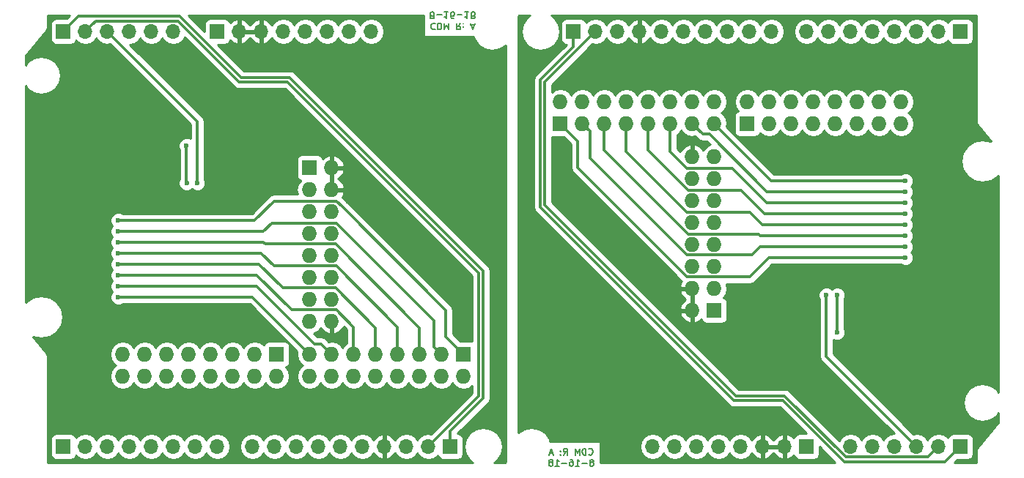
<source format=gbl>
G04 #@! TF.FileFunction,Copper,L2,Bot,Signal*
%FSLAX46Y46*%
G04 Gerber Fmt 4.6, Leading zero omitted, Abs format (unit mm)*
G04 Created by KiCad (PCBNEW 4.0.5+dfsg1-4) date Tue Oct 16 22:11:46 2018*
%MOMM*%
%LPD*%
G01*
G04 APERTURE LIST*
%ADD10C,0.100000*%
%ADD11C,0.150000*%
%ADD12R,1.700000X1.700000*%
%ADD13O,1.700000X1.700000*%
%ADD14C,0.600000*%
%ADD15R,1.727200X1.727200*%
%ADD16O,1.727200X1.727200*%
%ADD17C,0.304800*%
%ADD18C,0.254000*%
G04 APERTURE END LIST*
D10*
D11*
X117108143Y-73521643D02*
X117072429Y-73485929D01*
X116965286Y-73450214D01*
X116893857Y-73450214D01*
X116786714Y-73485929D01*
X116715286Y-73557357D01*
X116679571Y-73628786D01*
X116643857Y-73771643D01*
X116643857Y-73878786D01*
X116679571Y-74021643D01*
X116715286Y-74093071D01*
X116786714Y-74164500D01*
X116893857Y-74200214D01*
X116965286Y-74200214D01*
X117072429Y-74164500D01*
X117108143Y-74128786D01*
X117429571Y-73450214D02*
X117429571Y-74200214D01*
X117608143Y-74200214D01*
X117715286Y-74164500D01*
X117786714Y-74093071D01*
X117822429Y-74021643D01*
X117858143Y-73878786D01*
X117858143Y-73771643D01*
X117822429Y-73628786D01*
X117786714Y-73557357D01*
X117715286Y-73485929D01*
X117608143Y-73450214D01*
X117429571Y-73450214D01*
X118179571Y-73450214D02*
X118179571Y-74200214D01*
X118429571Y-73664500D01*
X118679571Y-74200214D01*
X118679571Y-73450214D01*
X120036715Y-73450214D02*
X119786715Y-73807357D01*
X119608143Y-73450214D02*
X119608143Y-74200214D01*
X119893858Y-74200214D01*
X119965286Y-74164500D01*
X120001001Y-74128786D01*
X120036715Y-74057357D01*
X120036715Y-73950214D01*
X120001001Y-73878786D01*
X119965286Y-73843071D01*
X119893858Y-73807357D01*
X119608143Y-73807357D01*
X120358143Y-73521643D02*
X120393858Y-73485929D01*
X120358143Y-73450214D01*
X120322429Y-73485929D01*
X120358143Y-73521643D01*
X120358143Y-73450214D01*
X120358143Y-73914500D02*
X120393858Y-73878786D01*
X120358143Y-73843071D01*
X120322429Y-73878786D01*
X120358143Y-73914500D01*
X120358143Y-73843071D01*
X121251001Y-73664500D02*
X121608144Y-73664500D01*
X121179573Y-73450214D02*
X121429573Y-74200214D01*
X121679573Y-73450214D01*
X116697428Y-72603786D02*
X116626000Y-72639500D01*
X116590285Y-72675214D01*
X116554571Y-72746643D01*
X116554571Y-72782357D01*
X116590285Y-72853786D01*
X116626000Y-72889500D01*
X116697428Y-72925214D01*
X116840285Y-72925214D01*
X116911714Y-72889500D01*
X116947428Y-72853786D01*
X116983143Y-72782357D01*
X116983143Y-72746643D01*
X116947428Y-72675214D01*
X116911714Y-72639500D01*
X116840285Y-72603786D01*
X116697428Y-72603786D01*
X116626000Y-72568071D01*
X116590285Y-72532357D01*
X116554571Y-72460929D01*
X116554571Y-72318071D01*
X116590285Y-72246643D01*
X116626000Y-72210929D01*
X116697428Y-72175214D01*
X116840285Y-72175214D01*
X116911714Y-72210929D01*
X116947428Y-72246643D01*
X116983143Y-72318071D01*
X116983143Y-72460929D01*
X116947428Y-72532357D01*
X116911714Y-72568071D01*
X116840285Y-72603786D01*
X117304571Y-72460929D02*
X117876000Y-72460929D01*
X118626000Y-72175214D02*
X118197428Y-72175214D01*
X118411714Y-72175214D02*
X118411714Y-72925214D01*
X118340285Y-72818071D01*
X118268857Y-72746643D01*
X118197428Y-72710929D01*
X119268857Y-72925214D02*
X119126000Y-72925214D01*
X119054571Y-72889500D01*
X119018857Y-72853786D01*
X118947428Y-72746643D01*
X118911714Y-72603786D01*
X118911714Y-72318071D01*
X118947428Y-72246643D01*
X118983143Y-72210929D01*
X119054571Y-72175214D01*
X119197428Y-72175214D01*
X119268857Y-72210929D01*
X119304571Y-72246643D01*
X119340286Y-72318071D01*
X119340286Y-72496643D01*
X119304571Y-72568071D01*
X119268857Y-72603786D01*
X119197428Y-72639500D01*
X119054571Y-72639500D01*
X118983143Y-72603786D01*
X118947428Y-72568071D01*
X118911714Y-72496643D01*
X119661714Y-72460929D02*
X120233143Y-72460929D01*
X120983143Y-72175214D02*
X120554571Y-72175214D01*
X120768857Y-72175214D02*
X120768857Y-72925214D01*
X120697428Y-72818071D01*
X120626000Y-72746643D01*
X120554571Y-72710929D01*
X121411714Y-72603786D02*
X121340286Y-72639500D01*
X121304571Y-72675214D01*
X121268857Y-72746643D01*
X121268857Y-72782357D01*
X121304571Y-72853786D01*
X121340286Y-72889500D01*
X121411714Y-72925214D01*
X121554571Y-72925214D01*
X121626000Y-72889500D01*
X121661714Y-72853786D01*
X121697429Y-72782357D01*
X121697429Y-72746643D01*
X121661714Y-72675214D01*
X121626000Y-72639500D01*
X121554571Y-72603786D01*
X121411714Y-72603786D01*
X121340286Y-72568071D01*
X121304571Y-72532357D01*
X121268857Y-72460929D01*
X121268857Y-72318071D01*
X121304571Y-72246643D01*
X121340286Y-72210929D01*
X121411714Y-72175214D01*
X121554571Y-72175214D01*
X121626000Y-72210929D01*
X121661714Y-72246643D01*
X121697429Y-72318071D01*
X121697429Y-72460929D01*
X121661714Y-72532357D01*
X121626000Y-72568071D01*
X121554571Y-72603786D01*
X134859857Y-123328357D02*
X134895571Y-123364071D01*
X135002714Y-123399786D01*
X135074143Y-123399786D01*
X135181286Y-123364071D01*
X135252714Y-123292643D01*
X135288429Y-123221214D01*
X135324143Y-123078357D01*
X135324143Y-122971214D01*
X135288429Y-122828357D01*
X135252714Y-122756929D01*
X135181286Y-122685500D01*
X135074143Y-122649786D01*
X135002714Y-122649786D01*
X134895571Y-122685500D01*
X134859857Y-122721214D01*
X134538429Y-123399786D02*
X134538429Y-122649786D01*
X134359857Y-122649786D01*
X134252714Y-122685500D01*
X134181286Y-122756929D01*
X134145571Y-122828357D01*
X134109857Y-122971214D01*
X134109857Y-123078357D01*
X134145571Y-123221214D01*
X134181286Y-123292643D01*
X134252714Y-123364071D01*
X134359857Y-123399786D01*
X134538429Y-123399786D01*
X133788429Y-123399786D02*
X133788429Y-122649786D01*
X133538429Y-123185500D01*
X133288429Y-122649786D01*
X133288429Y-123399786D01*
X131931285Y-123399786D02*
X132181285Y-123042643D01*
X132359857Y-123399786D02*
X132359857Y-122649786D01*
X132074142Y-122649786D01*
X132002714Y-122685500D01*
X131966999Y-122721214D01*
X131931285Y-122792643D01*
X131931285Y-122899786D01*
X131966999Y-122971214D01*
X132002714Y-123006929D01*
X132074142Y-123042643D01*
X132359857Y-123042643D01*
X131609857Y-123328357D02*
X131574142Y-123364071D01*
X131609857Y-123399786D01*
X131645571Y-123364071D01*
X131609857Y-123328357D01*
X131609857Y-123399786D01*
X131609857Y-122935500D02*
X131574142Y-122971214D01*
X131609857Y-123006929D01*
X131645571Y-122971214D01*
X131609857Y-122935500D01*
X131609857Y-123006929D01*
X130716999Y-123185500D02*
X130359856Y-123185500D01*
X130788427Y-123399786D02*
X130538427Y-122649786D01*
X130288427Y-123399786D01*
X135270572Y-124246214D02*
X135342000Y-124210500D01*
X135377715Y-124174786D01*
X135413429Y-124103357D01*
X135413429Y-124067643D01*
X135377715Y-123996214D01*
X135342000Y-123960500D01*
X135270572Y-123924786D01*
X135127715Y-123924786D01*
X135056286Y-123960500D01*
X135020572Y-123996214D01*
X134984857Y-124067643D01*
X134984857Y-124103357D01*
X135020572Y-124174786D01*
X135056286Y-124210500D01*
X135127715Y-124246214D01*
X135270572Y-124246214D01*
X135342000Y-124281929D01*
X135377715Y-124317643D01*
X135413429Y-124389071D01*
X135413429Y-124531929D01*
X135377715Y-124603357D01*
X135342000Y-124639071D01*
X135270572Y-124674786D01*
X135127715Y-124674786D01*
X135056286Y-124639071D01*
X135020572Y-124603357D01*
X134984857Y-124531929D01*
X134984857Y-124389071D01*
X135020572Y-124317643D01*
X135056286Y-124281929D01*
X135127715Y-124246214D01*
X134663429Y-124389071D02*
X134092000Y-124389071D01*
X133342000Y-124674786D02*
X133770572Y-124674786D01*
X133556286Y-124674786D02*
X133556286Y-123924786D01*
X133627715Y-124031929D01*
X133699143Y-124103357D01*
X133770572Y-124139071D01*
X132699143Y-123924786D02*
X132842000Y-123924786D01*
X132913429Y-123960500D01*
X132949143Y-123996214D01*
X133020572Y-124103357D01*
X133056286Y-124246214D01*
X133056286Y-124531929D01*
X133020572Y-124603357D01*
X132984857Y-124639071D01*
X132913429Y-124674786D01*
X132770572Y-124674786D01*
X132699143Y-124639071D01*
X132663429Y-124603357D01*
X132627714Y-124531929D01*
X132627714Y-124353357D01*
X132663429Y-124281929D01*
X132699143Y-124246214D01*
X132770572Y-124210500D01*
X132913429Y-124210500D01*
X132984857Y-124246214D01*
X133020572Y-124281929D01*
X133056286Y-124353357D01*
X132306286Y-124389071D02*
X131734857Y-124389071D01*
X130984857Y-124674786D02*
X131413429Y-124674786D01*
X131199143Y-124674786D02*
X131199143Y-123924786D01*
X131270572Y-124031929D01*
X131342000Y-124103357D01*
X131413429Y-124139071D01*
X130556286Y-124246214D02*
X130627714Y-124210500D01*
X130663429Y-124174786D01*
X130699143Y-124103357D01*
X130699143Y-124067643D01*
X130663429Y-123996214D01*
X130627714Y-123960500D01*
X130556286Y-123924786D01*
X130413429Y-123924786D01*
X130342000Y-123960500D01*
X130306286Y-123996214D01*
X130270571Y-124067643D01*
X130270571Y-124103357D01*
X130306286Y-124174786D01*
X130342000Y-124210500D01*
X130413429Y-124246214D01*
X130556286Y-124246214D01*
X130627714Y-124281929D01*
X130663429Y-124317643D01*
X130699143Y-124389071D01*
X130699143Y-124531929D01*
X130663429Y-124603357D01*
X130627714Y-124639071D01*
X130556286Y-124674786D01*
X130413429Y-124674786D01*
X130342000Y-124639071D01*
X130306286Y-124603357D01*
X130270571Y-124531929D01*
X130270571Y-124389071D01*
X130306286Y-124317643D01*
X130342000Y-124281929D01*
X130413429Y-124246214D01*
D12*
X74168000Y-74422000D03*
D13*
X76708000Y-74422000D03*
X79248000Y-74422000D03*
X81788000Y-74422000D03*
X84328000Y-74422000D03*
X86868000Y-74422000D03*
D12*
X91948000Y-74422000D03*
D13*
X94488000Y-74422000D03*
X97028000Y-74422000D03*
X99568000Y-74422000D03*
X102108000Y-74422000D03*
X104648000Y-74422000D03*
X107188000Y-74422000D03*
X109728000Y-74422000D03*
D14*
X85852000Y-91948000D03*
X87122000Y-109474000D03*
D15*
X120396000Y-111760000D03*
D16*
X120396000Y-114300000D03*
X117856000Y-111760000D03*
X117856000Y-114300000D03*
X115316000Y-111760000D03*
X115316000Y-114300000D03*
X112776000Y-111760000D03*
X112776000Y-114300000D03*
X110236000Y-111760000D03*
X110236000Y-114300000D03*
X107696000Y-111760000D03*
X107696000Y-114300000D03*
X105156000Y-111760000D03*
X105156000Y-114300000D03*
X102616000Y-111760000D03*
X102616000Y-114300000D03*
D12*
X118872000Y-122428000D03*
D13*
X116332000Y-122428000D03*
X113792000Y-122428000D03*
X111252000Y-122428000D03*
X108712000Y-122428000D03*
X106172000Y-122428000D03*
X103632000Y-122428000D03*
X101092000Y-122428000D03*
X98552000Y-122428000D03*
X96012000Y-122428000D03*
D15*
X98806000Y-111760000D03*
D16*
X98806000Y-114300000D03*
X96266000Y-111760000D03*
X96266000Y-114300000D03*
X93726000Y-111760000D03*
X93726000Y-114300000D03*
X91186000Y-111760000D03*
X91186000Y-114300000D03*
X88646000Y-111760000D03*
X88646000Y-114300000D03*
X86106000Y-111760000D03*
X86106000Y-114300000D03*
X83566000Y-111760000D03*
X83566000Y-114300000D03*
X81026000Y-111760000D03*
X81026000Y-114300000D03*
D15*
X102616000Y-90170000D03*
D16*
X105156000Y-90170000D03*
X102616000Y-92710000D03*
X105156000Y-92710000D03*
X102616000Y-95250000D03*
X105156000Y-95250000D03*
X102616000Y-97790000D03*
X105156000Y-97790000D03*
X102616000Y-100330000D03*
X105156000Y-100330000D03*
X102616000Y-102870000D03*
X105156000Y-102870000D03*
X102616000Y-105410000D03*
X105156000Y-105410000D03*
X102616000Y-107950000D03*
X105156000Y-107950000D03*
D12*
X74168000Y-122428000D03*
D13*
X76708000Y-122428000D03*
X79248000Y-122428000D03*
X81788000Y-122428000D03*
X84328000Y-122428000D03*
X86868000Y-122428000D03*
X89408000Y-122428000D03*
X91948000Y-122428000D03*
D14*
X166116000Y-104902000D03*
D15*
X153162000Y-85090000D03*
D16*
X153162000Y-82550000D03*
X155702000Y-85090000D03*
X155702000Y-82550000D03*
X158242000Y-85090000D03*
X158242000Y-82550000D03*
X160782000Y-85090000D03*
X160782000Y-82550000D03*
X163322000Y-85090000D03*
X163322000Y-82550000D03*
X165862000Y-85090000D03*
X165862000Y-82550000D03*
X168402000Y-85090000D03*
X168402000Y-82550000D03*
X170942000Y-85090000D03*
X170942000Y-82550000D03*
D12*
X177800000Y-122428000D03*
D13*
X175260000Y-122428000D03*
X172720000Y-122428000D03*
X170180000Y-122428000D03*
X167640000Y-122428000D03*
X165100000Y-122428000D03*
D12*
X177800000Y-74422000D03*
D13*
X175260000Y-74422000D03*
X172720000Y-74422000D03*
X170180000Y-74422000D03*
X167640000Y-74422000D03*
X165100000Y-74422000D03*
X162560000Y-74422000D03*
X160020000Y-74422000D03*
D12*
X160020000Y-122428000D03*
D13*
X157480000Y-122428000D03*
X154940000Y-122428000D03*
X152400000Y-122428000D03*
X149860000Y-122428000D03*
X147320000Y-122428000D03*
X144780000Y-122428000D03*
X142240000Y-122428000D03*
D12*
X133096000Y-74422000D03*
D13*
X135636000Y-74422000D03*
X138176000Y-74422000D03*
X140716000Y-74422000D03*
X143256000Y-74422000D03*
X145796000Y-74422000D03*
X148336000Y-74422000D03*
X150876000Y-74422000D03*
X153416000Y-74422000D03*
X155956000Y-74422000D03*
D15*
X149352000Y-106680000D03*
D16*
X146812000Y-106680000D03*
X149352000Y-104140000D03*
X146812000Y-104140000D03*
X149352000Y-101600000D03*
X146812000Y-101600000D03*
X149352000Y-99060000D03*
X146812000Y-99060000D03*
X149352000Y-96520000D03*
X146812000Y-96520000D03*
X149352000Y-93980000D03*
X146812000Y-93980000D03*
X149352000Y-91440000D03*
X146812000Y-91440000D03*
X149352000Y-88900000D03*
X146812000Y-88900000D03*
D15*
X131572000Y-85090000D03*
D16*
X131572000Y-82550000D03*
X134112000Y-85090000D03*
X134112000Y-82550000D03*
X136652000Y-85090000D03*
X136652000Y-82550000D03*
X139192000Y-85090000D03*
X139192000Y-82550000D03*
X141732000Y-85090000D03*
X141732000Y-82550000D03*
X144272000Y-85090000D03*
X144272000Y-82550000D03*
X146812000Y-85090000D03*
X146812000Y-82550000D03*
X149352000Y-85090000D03*
X149352000Y-82550000D03*
D14*
X164846000Y-87376000D03*
X88403500Y-91948000D03*
X88392000Y-87630000D03*
X163576000Y-109220000D03*
X163564500Y-104902000D03*
X89662000Y-91948000D03*
X162306000Y-104902000D03*
X80518000Y-96266000D03*
X171450000Y-100584000D03*
X80518000Y-97536000D03*
X171450000Y-99314000D03*
X80518000Y-98806000D03*
X171450000Y-98044000D03*
X80518000Y-100076000D03*
X171450000Y-96774000D03*
X80518000Y-101346000D03*
X171450000Y-95504000D03*
X80518000Y-102616000D03*
X171450000Y-94234000D03*
X80518000Y-103886000D03*
X171450000Y-92964000D03*
X80518000Y-105156000D03*
X171450000Y-91694000D03*
D17*
X88392000Y-91936500D02*
X88403500Y-91948000D01*
X88392000Y-87630000D02*
X88392000Y-91936500D01*
X163576000Y-109220000D02*
X163576000Y-104913500D01*
X163576000Y-104913500D02*
X163564500Y-104902000D01*
X118872000Y-122428000D02*
X118872000Y-120650000D01*
X118872000Y-120650000D02*
X122682000Y-116840000D01*
X122682000Y-102108000D02*
X122682000Y-116840000D01*
X94704726Y-79756000D02*
X100330000Y-79756000D01*
X75946000Y-72644000D02*
X87592726Y-72644000D01*
X74168000Y-74422000D02*
X75946000Y-72644000D01*
X100330000Y-79756000D02*
X122682000Y-102108000D01*
X87592726Y-72644000D02*
X94704726Y-79756000D01*
X129286000Y-94742000D02*
X129286000Y-80010000D01*
X133096000Y-76200000D02*
X129286000Y-80010000D01*
X133096000Y-74422000D02*
X133096000Y-76200000D01*
X177800000Y-122428000D02*
X176022000Y-124206000D01*
X176022000Y-124206000D02*
X164375274Y-124206000D01*
X164375274Y-124206000D02*
X157263274Y-117094000D01*
X157263274Y-117094000D02*
X151638000Y-117094000D01*
X151638000Y-117094000D02*
X129286000Y-94742000D01*
X116332000Y-122428000D02*
X122174000Y-116586000D01*
X122174000Y-116586000D02*
X122174000Y-102362000D01*
X100076011Y-80264011D02*
X94494301Y-80264011D01*
X77913601Y-73216399D02*
X77557999Y-73572001D01*
X77557999Y-73572001D02*
X76708000Y-74422000D01*
X87446689Y-73216399D02*
X77913601Y-73216399D01*
X94494301Y-80264011D02*
X87446689Y-73216399D01*
X122174000Y-102362000D02*
X100076011Y-80264011D01*
X174410001Y-123277999D02*
X175260000Y-122428000D01*
X164521311Y-123633601D02*
X174054399Y-123633601D01*
X151891989Y-116585989D02*
X157473699Y-116585989D01*
X129794000Y-94488000D02*
X151891989Y-116585989D01*
X129794000Y-80264000D02*
X129794000Y-94488000D01*
X174054399Y-123633601D02*
X174410001Y-123277999D01*
X157473699Y-116585989D02*
X164521311Y-123633601D01*
X135636000Y-74422000D02*
X129794000Y-80264000D01*
X89662000Y-91948000D02*
X89662000Y-84836000D01*
X89662000Y-84836000D02*
X79248000Y-74422000D01*
X162306000Y-104902000D02*
X162306000Y-112014000D01*
X162306000Y-112014000D02*
X172720000Y-122428000D01*
X119380000Y-110744000D02*
X118364000Y-109728000D01*
X120396000Y-111760000D02*
X119380000Y-110744000D01*
X118364000Y-109728000D02*
X118364000Y-106680000D01*
X96266000Y-96266000D02*
X80518000Y-96266000D01*
X106375201Y-94691201D02*
X118364000Y-106680000D01*
X105741217Y-94030799D02*
X98501201Y-94030799D01*
X106375201Y-94664783D02*
X106375201Y-94691201D01*
X105741217Y-94030799D02*
X106375201Y-94664783D01*
X98501201Y-94030799D02*
X96266000Y-96266000D01*
X146226783Y-102819201D02*
X145592799Y-102185217D01*
X145592799Y-102185217D02*
X145592799Y-102158799D01*
X145592799Y-102158799D02*
X133604000Y-90170000D01*
X133604000Y-87122000D02*
X133604000Y-90170000D01*
X155702000Y-100584000D02*
X171450000Y-100584000D01*
X153466799Y-102819201D02*
X155702000Y-100584000D01*
X146226783Y-102819201D02*
X153466799Y-102819201D01*
X132588000Y-86106000D02*
X133604000Y-87122000D01*
X131572000Y-85090000D02*
X132588000Y-86106000D01*
X97282000Y-97536000D02*
X80518000Y-97536000D01*
X116992401Y-107821983D02*
X105741217Y-96570799D01*
X98247201Y-96570799D02*
X97282000Y-97536000D01*
X105741217Y-96570799D02*
X98247201Y-96570799D01*
X117856000Y-111760000D02*
X116992401Y-110896401D01*
X116992401Y-110896401D02*
X116992401Y-107821983D01*
X154686000Y-99314000D02*
X171450000Y-99314000D01*
X153720799Y-100279201D02*
X154686000Y-99314000D01*
X134112000Y-85090000D02*
X134975599Y-85953599D01*
X134975599Y-85953599D02*
X134975599Y-89028017D01*
X134975599Y-89028017D02*
X146226783Y-100279201D01*
X146226783Y-100279201D02*
X153720799Y-100279201D01*
X97282000Y-98806000D02*
X80518000Y-98806000D01*
X115316000Y-108685582D02*
X105639619Y-99009201D01*
X97485201Y-99009201D02*
X97282000Y-98806000D01*
X105639619Y-99009201D02*
X97485201Y-99009201D01*
X115316000Y-111760000D02*
X115316000Y-108685582D01*
X154686000Y-98044000D02*
X171450000Y-98044000D01*
X154482799Y-97840799D02*
X154686000Y-98044000D01*
X136652000Y-85090000D02*
X136652000Y-88164418D01*
X136652000Y-88164418D02*
X146328381Y-97840799D01*
X146328381Y-97840799D02*
X154482799Y-97840799D01*
X97028000Y-100076000D02*
X80518000Y-100076000D01*
X112776000Y-108583984D02*
X105741217Y-101549201D01*
X98501201Y-101549201D02*
X97028000Y-100076000D01*
X105741217Y-101549201D02*
X98501201Y-101549201D01*
X112776000Y-111760000D02*
X112776000Y-108583984D01*
X154940000Y-96774000D02*
X171450000Y-96774000D01*
X153466799Y-95300799D02*
X154940000Y-96774000D01*
X139192000Y-85090000D02*
X139192000Y-88266016D01*
X146226783Y-95300799D02*
X153466799Y-95300799D01*
X139192000Y-88266016D02*
X146226783Y-95300799D01*
X96774000Y-101346000D02*
X80518000Y-101346000D01*
X110236000Y-108685582D02*
X105639619Y-104089201D01*
X105639619Y-104089201D02*
X99517201Y-104089201D01*
X99517201Y-104089201D02*
X96774000Y-101346000D01*
X110236000Y-111760000D02*
X110236000Y-108685582D01*
X152450799Y-92760799D02*
X155194000Y-95504000D01*
X155194000Y-95504000D02*
X171450000Y-95504000D01*
X141732000Y-85090000D02*
X141732000Y-88164418D01*
X141732000Y-88164418D02*
X146328381Y-92760799D01*
X146328381Y-92760799D02*
X152450799Y-92760799D01*
X96520000Y-102616000D02*
X80518000Y-102616000D01*
X107696000Y-108583984D02*
X105741217Y-106629201D01*
X107696000Y-111760000D02*
X107696000Y-108583984D01*
X105741217Y-106629201D02*
X100533201Y-106629201D01*
X100533201Y-106629201D02*
X96520000Y-102616000D01*
X155448000Y-94234000D02*
X171450000Y-94234000D01*
X151434799Y-90220799D02*
X155448000Y-94234000D01*
X144272000Y-85090000D02*
X144272000Y-88266016D01*
X144272000Y-88266016D02*
X146226783Y-90220799D01*
X146226783Y-90220799D02*
X151434799Y-90220799D01*
X96520000Y-103886000D02*
X80518000Y-103886000D01*
X105156000Y-111760000D02*
X103936799Y-110540799D01*
X103174799Y-110540799D02*
X96520000Y-103886000D01*
X103936799Y-110540799D02*
X103174799Y-110540799D01*
X155448000Y-92964000D02*
X171450000Y-92964000D01*
X148793201Y-86309201D02*
X155448000Y-92964000D01*
X146812000Y-85090000D02*
X148031201Y-86309201D01*
X148031201Y-86309201D02*
X148793201Y-86309201D01*
X96012000Y-105156000D02*
X80518000Y-105156000D01*
X102616000Y-111760000D02*
X96012000Y-105156000D01*
X149352000Y-85090000D02*
X155956000Y-91694000D01*
X155956000Y-91694000D02*
X171450000Y-91694000D01*
D18*
G36*
X127706323Y-72842323D02*
X127222053Y-73567085D01*
X127052000Y-74422000D01*
X127222053Y-75276915D01*
X127706323Y-76001677D01*
X128431085Y-76485947D01*
X129286000Y-76656000D01*
X130140915Y-76485947D01*
X130865677Y-76001677D01*
X131349947Y-75276915D01*
X131520000Y-74422000D01*
X131349947Y-73567085D01*
X130865677Y-72842323D01*
X130491042Y-72592000D01*
X179630000Y-72592000D01*
X179630000Y-84836000D01*
X179650861Y-84940875D01*
X179662141Y-85047202D01*
X179677697Y-85075786D01*
X179684046Y-85107705D01*
X179743451Y-85196612D01*
X179794563Y-85290531D01*
X181333095Y-87136769D01*
X181292116Y-87109388D01*
X180340000Y-86920000D01*
X179387884Y-87109388D01*
X178580718Y-87648718D01*
X178041388Y-88455884D01*
X177852000Y-89408000D01*
X178041388Y-90360116D01*
X178580718Y-91167282D01*
X179387884Y-91706612D01*
X180340000Y-91896000D01*
X181292116Y-91706612D01*
X182099282Y-91167282D01*
X182170000Y-91061445D01*
X182170000Y-116142958D01*
X181919677Y-115768323D01*
X181194915Y-115284053D01*
X180340000Y-115114000D01*
X179485085Y-115284053D01*
X178760323Y-115768323D01*
X178276053Y-116493085D01*
X178106000Y-117348000D01*
X178276053Y-118202915D01*
X178760323Y-118927677D01*
X179485085Y-119411947D01*
X180340000Y-119582000D01*
X181194915Y-119411947D01*
X181919677Y-118927677D01*
X182170000Y-118553042D01*
X182170000Y-119630945D01*
X179794563Y-122481469D01*
X179743451Y-122575388D01*
X179684046Y-122664295D01*
X179677697Y-122696214D01*
X179662141Y-122724798D01*
X179650861Y-122831125D01*
X179630000Y-122936000D01*
X179630000Y-124258000D01*
X177083552Y-124258000D01*
X177416112Y-123925440D01*
X178650000Y-123925440D01*
X178885317Y-123881162D01*
X179101441Y-123742090D01*
X179246431Y-123529890D01*
X179297440Y-123278000D01*
X179297440Y-121578000D01*
X179253162Y-121342683D01*
X179114090Y-121126559D01*
X178901890Y-120981569D01*
X178650000Y-120930560D01*
X176950000Y-120930560D01*
X176714683Y-120974838D01*
X176498559Y-121113910D01*
X176353569Y-121326110D01*
X176339914Y-121393541D01*
X176310054Y-121348853D01*
X175828285Y-121026946D01*
X175260000Y-120913907D01*
X174691715Y-121026946D01*
X174209946Y-121348853D01*
X173990000Y-121678026D01*
X173770054Y-121348853D01*
X173288285Y-121026946D01*
X172720000Y-120913907D01*
X172385913Y-120980361D01*
X163093400Y-111687848D01*
X163093400Y-110032010D01*
X163389201Y-110154838D01*
X163761167Y-110155162D01*
X164104943Y-110013117D01*
X164368192Y-109750327D01*
X164510838Y-109406799D01*
X164511162Y-109034833D01*
X164369117Y-108691057D01*
X164363400Y-108685330D01*
X164363400Y-105416172D01*
X164499338Y-105088799D01*
X164499662Y-104716833D01*
X164357617Y-104373057D01*
X164094827Y-104109808D01*
X163751299Y-103967162D01*
X163379333Y-103966838D01*
X163035557Y-104108883D01*
X162935306Y-104208960D01*
X162836327Y-104109808D01*
X162492799Y-103967162D01*
X162120833Y-103966838D01*
X161777057Y-104108883D01*
X161513808Y-104371673D01*
X161371162Y-104715201D01*
X161370838Y-105087167D01*
X161512883Y-105430943D01*
X161518600Y-105436670D01*
X161518600Y-112014000D01*
X161578537Y-112315325D01*
X161749224Y-112570776D01*
X170106896Y-120928448D01*
X169611715Y-121026946D01*
X169129946Y-121348853D01*
X168910000Y-121678026D01*
X168690054Y-121348853D01*
X168208285Y-121026946D01*
X167640000Y-120913907D01*
X167071715Y-121026946D01*
X166589946Y-121348853D01*
X166370000Y-121678026D01*
X166150054Y-121348853D01*
X165668285Y-121026946D01*
X165100000Y-120913907D01*
X164531715Y-121026946D01*
X164049946Y-121348853D01*
X163769633Y-121768371D01*
X158030475Y-116029213D01*
X157775024Y-115858526D01*
X157473699Y-115798589D01*
X152218141Y-115798589D01*
X143458578Y-107039026D01*
X145357042Y-107039026D01*
X145529312Y-107454947D01*
X145923510Y-107886821D01*
X146452973Y-108134968D01*
X146685000Y-108014469D01*
X146685000Y-106807000D01*
X145478183Y-106807000D01*
X145357042Y-107039026D01*
X143458578Y-107039026D01*
X140918578Y-104499026D01*
X145357042Y-104499026D01*
X145529312Y-104914947D01*
X145923510Y-105346821D01*
X146058313Y-105410000D01*
X145923510Y-105473179D01*
X145529312Y-105905053D01*
X145357042Y-106320974D01*
X145478183Y-106553000D01*
X146685000Y-106553000D01*
X146685000Y-104267000D01*
X145478183Y-104267000D01*
X145357042Y-104499026D01*
X140918578Y-104499026D01*
X130581400Y-94161848D01*
X130581400Y-86575322D01*
X130708400Y-86601040D01*
X131969488Y-86601040D01*
X132816600Y-87448152D01*
X132816600Y-90170000D01*
X132876537Y-90471325D01*
X133047224Y-90726776D01*
X144982826Y-102662378D01*
X145036023Y-102741993D01*
X145591238Y-103297208D01*
X145529312Y-103365053D01*
X145357042Y-103780974D01*
X145478183Y-104013000D01*
X146685000Y-104013000D01*
X146685000Y-103993000D01*
X146939000Y-103993000D01*
X146939000Y-104013000D01*
X146959000Y-104013000D01*
X146959000Y-104267000D01*
X146939000Y-104267000D01*
X146939000Y-106553000D01*
X146959000Y-106553000D01*
X146959000Y-106807000D01*
X146939000Y-106807000D01*
X146939000Y-108014469D01*
X147171027Y-108134968D01*
X147700490Y-107886821D01*
X147870495Y-107700567D01*
X147885238Y-107778917D01*
X148024310Y-107995041D01*
X148236510Y-108140031D01*
X148488400Y-108191040D01*
X150215600Y-108191040D01*
X150450917Y-108146762D01*
X150667041Y-108007690D01*
X150812031Y-107795490D01*
X150863040Y-107543600D01*
X150863040Y-105816400D01*
X150818762Y-105581083D01*
X150679690Y-105364959D01*
X150467490Y-105219969D01*
X150423869Y-105211136D01*
X150441029Y-105199670D01*
X150765885Y-104713489D01*
X150879959Y-104140000D01*
X150773859Y-103606601D01*
X153466799Y-103606601D01*
X153768124Y-103546664D01*
X154023575Y-103375977D01*
X156028152Y-101371400D01*
X170914889Y-101371400D01*
X170919673Y-101376192D01*
X171263201Y-101518838D01*
X171635167Y-101519162D01*
X171978943Y-101377117D01*
X172242192Y-101114327D01*
X172384838Y-100770799D01*
X172385162Y-100398833D01*
X172243117Y-100055057D01*
X172137290Y-99949046D01*
X172242192Y-99844327D01*
X172384838Y-99500799D01*
X172385162Y-99128833D01*
X172243117Y-98785057D01*
X172137290Y-98679046D01*
X172242192Y-98574327D01*
X172384838Y-98230799D01*
X172385162Y-97858833D01*
X172243117Y-97515057D01*
X172137290Y-97409046D01*
X172242192Y-97304327D01*
X172384838Y-96960799D01*
X172385162Y-96588833D01*
X172243117Y-96245057D01*
X172137290Y-96139046D01*
X172242192Y-96034327D01*
X172384838Y-95690799D01*
X172385162Y-95318833D01*
X172243117Y-94975057D01*
X172137290Y-94869046D01*
X172242192Y-94764327D01*
X172384838Y-94420799D01*
X172385162Y-94048833D01*
X172243117Y-93705057D01*
X172137290Y-93599046D01*
X172242192Y-93494327D01*
X172384838Y-93150799D01*
X172385162Y-92778833D01*
X172243117Y-92435057D01*
X172137290Y-92329046D01*
X172242192Y-92224327D01*
X172384838Y-91880799D01*
X172385162Y-91508833D01*
X172243117Y-91165057D01*
X171980327Y-90901808D01*
X171636799Y-90759162D01*
X171264833Y-90758838D01*
X170921057Y-90900883D01*
X170915330Y-90906600D01*
X156282152Y-90906600D01*
X150791587Y-85416035D01*
X150850600Y-85119359D01*
X150850600Y-85060641D01*
X150736526Y-84487152D01*
X150562297Y-84226400D01*
X151650960Y-84226400D01*
X151650960Y-85953600D01*
X151695238Y-86188917D01*
X151834310Y-86405041D01*
X152046510Y-86550031D01*
X152298400Y-86601040D01*
X154025600Y-86601040D01*
X154260917Y-86556762D01*
X154477041Y-86417690D01*
X154622031Y-86205490D01*
X154630864Y-86161869D01*
X154642330Y-86179029D01*
X155128511Y-86503885D01*
X155702000Y-86617959D01*
X156275489Y-86503885D01*
X156761670Y-86179029D01*
X156972000Y-85864248D01*
X157182330Y-86179029D01*
X157668511Y-86503885D01*
X158242000Y-86617959D01*
X158815489Y-86503885D01*
X159301670Y-86179029D01*
X159512000Y-85864248D01*
X159722330Y-86179029D01*
X160208511Y-86503885D01*
X160782000Y-86617959D01*
X161355489Y-86503885D01*
X161841670Y-86179029D01*
X162052000Y-85864248D01*
X162262330Y-86179029D01*
X162748511Y-86503885D01*
X163322000Y-86617959D01*
X163895489Y-86503885D01*
X164381670Y-86179029D01*
X164592000Y-85864248D01*
X164802330Y-86179029D01*
X165288511Y-86503885D01*
X165862000Y-86617959D01*
X166435489Y-86503885D01*
X166921670Y-86179029D01*
X167132000Y-85864248D01*
X167342330Y-86179029D01*
X167828511Y-86503885D01*
X168402000Y-86617959D01*
X168975489Y-86503885D01*
X169461670Y-86179029D01*
X169672000Y-85864248D01*
X169882330Y-86179029D01*
X170368511Y-86503885D01*
X170942000Y-86617959D01*
X171515489Y-86503885D01*
X172001670Y-86179029D01*
X172326526Y-85692848D01*
X172440600Y-85119359D01*
X172440600Y-85060641D01*
X172326526Y-84487152D01*
X172001670Y-84000971D01*
X171730828Y-83820000D01*
X172001670Y-83639029D01*
X172326526Y-83152848D01*
X172440600Y-82579359D01*
X172440600Y-82520641D01*
X172326526Y-81947152D01*
X172001670Y-81460971D01*
X171515489Y-81136115D01*
X170942000Y-81022041D01*
X170368511Y-81136115D01*
X169882330Y-81460971D01*
X169672000Y-81775752D01*
X169461670Y-81460971D01*
X168975489Y-81136115D01*
X168402000Y-81022041D01*
X167828511Y-81136115D01*
X167342330Y-81460971D01*
X167132000Y-81775752D01*
X166921670Y-81460971D01*
X166435489Y-81136115D01*
X165862000Y-81022041D01*
X165288511Y-81136115D01*
X164802330Y-81460971D01*
X164592000Y-81775752D01*
X164381670Y-81460971D01*
X163895489Y-81136115D01*
X163322000Y-81022041D01*
X162748511Y-81136115D01*
X162262330Y-81460971D01*
X162052000Y-81775752D01*
X161841670Y-81460971D01*
X161355489Y-81136115D01*
X160782000Y-81022041D01*
X160208511Y-81136115D01*
X159722330Y-81460971D01*
X159512000Y-81775752D01*
X159301670Y-81460971D01*
X158815489Y-81136115D01*
X158242000Y-81022041D01*
X157668511Y-81136115D01*
X157182330Y-81460971D01*
X156972000Y-81775752D01*
X156761670Y-81460971D01*
X156275489Y-81136115D01*
X155702000Y-81022041D01*
X155128511Y-81136115D01*
X154642330Y-81460971D01*
X154432000Y-81775752D01*
X154221670Y-81460971D01*
X153735489Y-81136115D01*
X153162000Y-81022041D01*
X152588511Y-81136115D01*
X152102330Y-81460971D01*
X151777474Y-81947152D01*
X151663400Y-82520641D01*
X151663400Y-82579359D01*
X151777474Y-83152848D01*
X152088574Y-83618442D01*
X152063083Y-83623238D01*
X151846959Y-83762310D01*
X151701969Y-83974510D01*
X151650960Y-84226400D01*
X150562297Y-84226400D01*
X150411670Y-84000971D01*
X150140828Y-83820000D01*
X150411670Y-83639029D01*
X150736526Y-83152848D01*
X150850600Y-82579359D01*
X150850600Y-82520641D01*
X150736526Y-81947152D01*
X150411670Y-81460971D01*
X149925489Y-81136115D01*
X149352000Y-81022041D01*
X148778511Y-81136115D01*
X148292330Y-81460971D01*
X148082000Y-81775752D01*
X147871670Y-81460971D01*
X147385489Y-81136115D01*
X146812000Y-81022041D01*
X146238511Y-81136115D01*
X145752330Y-81460971D01*
X145542000Y-81775752D01*
X145331670Y-81460971D01*
X144845489Y-81136115D01*
X144272000Y-81022041D01*
X143698511Y-81136115D01*
X143212330Y-81460971D01*
X143002000Y-81775752D01*
X142791670Y-81460971D01*
X142305489Y-81136115D01*
X141732000Y-81022041D01*
X141158511Y-81136115D01*
X140672330Y-81460971D01*
X140462000Y-81775752D01*
X140251670Y-81460971D01*
X139765489Y-81136115D01*
X139192000Y-81022041D01*
X138618511Y-81136115D01*
X138132330Y-81460971D01*
X137922000Y-81775752D01*
X137711670Y-81460971D01*
X137225489Y-81136115D01*
X136652000Y-81022041D01*
X136078511Y-81136115D01*
X135592330Y-81460971D01*
X135382000Y-81775752D01*
X135171670Y-81460971D01*
X134685489Y-81136115D01*
X134112000Y-81022041D01*
X133538511Y-81136115D01*
X133052330Y-81460971D01*
X132842000Y-81775752D01*
X132631670Y-81460971D01*
X132145489Y-81136115D01*
X131572000Y-81022041D01*
X130998511Y-81136115D01*
X130581400Y-81414820D01*
X130581400Y-80590152D01*
X135301913Y-75869639D01*
X135636000Y-75936093D01*
X136204285Y-75823054D01*
X136686054Y-75501147D01*
X136906000Y-75171974D01*
X137125946Y-75501147D01*
X137607715Y-75823054D01*
X138176000Y-75936093D01*
X138744285Y-75823054D01*
X139226054Y-75501147D01*
X139453702Y-75160447D01*
X139520817Y-75303358D01*
X139949076Y-75693645D01*
X140359110Y-75863476D01*
X140589000Y-75742155D01*
X140589000Y-74549000D01*
X140569000Y-74549000D01*
X140569000Y-74295000D01*
X140589000Y-74295000D01*
X140589000Y-73101845D01*
X140843000Y-73101845D01*
X140843000Y-74295000D01*
X140863000Y-74295000D01*
X140863000Y-74549000D01*
X140843000Y-74549000D01*
X140843000Y-75742155D01*
X141072890Y-75863476D01*
X141482924Y-75693645D01*
X141911183Y-75303358D01*
X141978298Y-75160447D01*
X142205946Y-75501147D01*
X142687715Y-75823054D01*
X143256000Y-75936093D01*
X143824285Y-75823054D01*
X144306054Y-75501147D01*
X144526000Y-75171974D01*
X144745946Y-75501147D01*
X145227715Y-75823054D01*
X145796000Y-75936093D01*
X146364285Y-75823054D01*
X146846054Y-75501147D01*
X147066000Y-75171974D01*
X147285946Y-75501147D01*
X147767715Y-75823054D01*
X148336000Y-75936093D01*
X148904285Y-75823054D01*
X149386054Y-75501147D01*
X149606000Y-75171974D01*
X149825946Y-75501147D01*
X150307715Y-75823054D01*
X150876000Y-75936093D01*
X151444285Y-75823054D01*
X151926054Y-75501147D01*
X152146000Y-75171974D01*
X152365946Y-75501147D01*
X152847715Y-75823054D01*
X153416000Y-75936093D01*
X153984285Y-75823054D01*
X154466054Y-75501147D01*
X154686000Y-75171974D01*
X154905946Y-75501147D01*
X155387715Y-75823054D01*
X155956000Y-75936093D01*
X156524285Y-75823054D01*
X157006054Y-75501147D01*
X157327961Y-75019378D01*
X157441000Y-74451093D01*
X157441000Y-74392907D01*
X158535000Y-74392907D01*
X158535000Y-74451093D01*
X158648039Y-75019378D01*
X158969946Y-75501147D01*
X159451715Y-75823054D01*
X160020000Y-75936093D01*
X160588285Y-75823054D01*
X161070054Y-75501147D01*
X161290000Y-75171974D01*
X161509946Y-75501147D01*
X161991715Y-75823054D01*
X162560000Y-75936093D01*
X163128285Y-75823054D01*
X163610054Y-75501147D01*
X163830000Y-75171974D01*
X164049946Y-75501147D01*
X164531715Y-75823054D01*
X165100000Y-75936093D01*
X165668285Y-75823054D01*
X166150054Y-75501147D01*
X166370000Y-75171974D01*
X166589946Y-75501147D01*
X167071715Y-75823054D01*
X167640000Y-75936093D01*
X168208285Y-75823054D01*
X168690054Y-75501147D01*
X168910000Y-75171974D01*
X169129946Y-75501147D01*
X169611715Y-75823054D01*
X170180000Y-75936093D01*
X170748285Y-75823054D01*
X171230054Y-75501147D01*
X171450000Y-75171974D01*
X171669946Y-75501147D01*
X172151715Y-75823054D01*
X172720000Y-75936093D01*
X173288285Y-75823054D01*
X173770054Y-75501147D01*
X173990000Y-75171974D01*
X174209946Y-75501147D01*
X174691715Y-75823054D01*
X175260000Y-75936093D01*
X175828285Y-75823054D01*
X176310054Y-75501147D01*
X176337850Y-75459548D01*
X176346838Y-75507317D01*
X176485910Y-75723441D01*
X176698110Y-75868431D01*
X176950000Y-75919440D01*
X178650000Y-75919440D01*
X178885317Y-75875162D01*
X179101441Y-75736090D01*
X179246431Y-75523890D01*
X179297440Y-75272000D01*
X179297440Y-73572000D01*
X179253162Y-73336683D01*
X179114090Y-73120559D01*
X178901890Y-72975569D01*
X178650000Y-72924560D01*
X176950000Y-72924560D01*
X176714683Y-72968838D01*
X176498559Y-73107910D01*
X176353569Y-73320110D01*
X176339914Y-73387541D01*
X176310054Y-73342853D01*
X175828285Y-73020946D01*
X175260000Y-72907907D01*
X174691715Y-73020946D01*
X174209946Y-73342853D01*
X173990000Y-73672026D01*
X173770054Y-73342853D01*
X173288285Y-73020946D01*
X172720000Y-72907907D01*
X172151715Y-73020946D01*
X171669946Y-73342853D01*
X171450000Y-73672026D01*
X171230054Y-73342853D01*
X170748285Y-73020946D01*
X170180000Y-72907907D01*
X169611715Y-73020946D01*
X169129946Y-73342853D01*
X168910000Y-73672026D01*
X168690054Y-73342853D01*
X168208285Y-73020946D01*
X167640000Y-72907907D01*
X167071715Y-73020946D01*
X166589946Y-73342853D01*
X166370000Y-73672026D01*
X166150054Y-73342853D01*
X165668285Y-73020946D01*
X165100000Y-72907907D01*
X164531715Y-73020946D01*
X164049946Y-73342853D01*
X163830000Y-73672026D01*
X163610054Y-73342853D01*
X163128285Y-73020946D01*
X162560000Y-72907907D01*
X161991715Y-73020946D01*
X161509946Y-73342853D01*
X161290000Y-73672026D01*
X161070054Y-73342853D01*
X160588285Y-73020946D01*
X160020000Y-72907907D01*
X159451715Y-73020946D01*
X158969946Y-73342853D01*
X158648039Y-73824622D01*
X158535000Y-74392907D01*
X157441000Y-74392907D01*
X157327961Y-73824622D01*
X157006054Y-73342853D01*
X156524285Y-73020946D01*
X155956000Y-72907907D01*
X155387715Y-73020946D01*
X154905946Y-73342853D01*
X154686000Y-73672026D01*
X154466054Y-73342853D01*
X153984285Y-73020946D01*
X153416000Y-72907907D01*
X152847715Y-73020946D01*
X152365946Y-73342853D01*
X152146000Y-73672026D01*
X151926054Y-73342853D01*
X151444285Y-73020946D01*
X150876000Y-72907907D01*
X150307715Y-73020946D01*
X149825946Y-73342853D01*
X149606000Y-73672026D01*
X149386054Y-73342853D01*
X148904285Y-73020946D01*
X148336000Y-72907907D01*
X147767715Y-73020946D01*
X147285946Y-73342853D01*
X147066000Y-73672026D01*
X146846054Y-73342853D01*
X146364285Y-73020946D01*
X145796000Y-72907907D01*
X145227715Y-73020946D01*
X144745946Y-73342853D01*
X144526000Y-73672026D01*
X144306054Y-73342853D01*
X143824285Y-73020946D01*
X143256000Y-72907907D01*
X142687715Y-73020946D01*
X142205946Y-73342853D01*
X141978298Y-73683553D01*
X141911183Y-73540642D01*
X141482924Y-73150355D01*
X141072890Y-72980524D01*
X140843000Y-73101845D01*
X140589000Y-73101845D01*
X140359110Y-72980524D01*
X139949076Y-73150355D01*
X139520817Y-73540642D01*
X139453702Y-73683553D01*
X139226054Y-73342853D01*
X138744285Y-73020946D01*
X138176000Y-72907907D01*
X137607715Y-73020946D01*
X137125946Y-73342853D01*
X136906000Y-73672026D01*
X136686054Y-73342853D01*
X136204285Y-73020946D01*
X135636000Y-72907907D01*
X135067715Y-73020946D01*
X134585946Y-73342853D01*
X134558150Y-73384452D01*
X134549162Y-73336683D01*
X134410090Y-73120559D01*
X134197890Y-72975569D01*
X133946000Y-72924560D01*
X132246000Y-72924560D01*
X132010683Y-72968838D01*
X131794559Y-73107910D01*
X131649569Y-73320110D01*
X131598560Y-73572000D01*
X131598560Y-75272000D01*
X131642838Y-75507317D01*
X131781910Y-75723441D01*
X131994110Y-75868431D01*
X132246000Y-75919440D01*
X132263008Y-75919440D01*
X128729224Y-79453224D01*
X128558537Y-79708675D01*
X128498600Y-80010000D01*
X128498600Y-94742000D01*
X128558537Y-95043325D01*
X128729224Y-95298776D01*
X151081224Y-117650776D01*
X151336675Y-117821463D01*
X151638000Y-117881400D01*
X156937122Y-117881400D01*
X159986282Y-120930560D01*
X159170000Y-120930560D01*
X158934683Y-120974838D01*
X158718559Y-121113910D01*
X158573569Y-121326110D01*
X158551699Y-121434107D01*
X158246924Y-121156355D01*
X157836890Y-120986524D01*
X157607000Y-121107845D01*
X157607000Y-122301000D01*
X157627000Y-122301000D01*
X157627000Y-122555000D01*
X157607000Y-122555000D01*
X157607000Y-123748155D01*
X157836890Y-123869476D01*
X158246924Y-123699645D01*
X158549937Y-123423499D01*
X158566838Y-123513317D01*
X158705910Y-123729441D01*
X158918110Y-123874431D01*
X159170000Y-123925440D01*
X160870000Y-123925440D01*
X161105317Y-123881162D01*
X161321441Y-123742090D01*
X161466431Y-123529890D01*
X161517440Y-123278000D01*
X161517440Y-122461718D01*
X163313722Y-124258000D01*
X136191286Y-124258000D01*
X136191286Y-122398907D01*
X140755000Y-122398907D01*
X140755000Y-122457093D01*
X140868039Y-123025378D01*
X141189946Y-123507147D01*
X141671715Y-123829054D01*
X142240000Y-123942093D01*
X142808285Y-123829054D01*
X143290054Y-123507147D01*
X143510000Y-123177974D01*
X143729946Y-123507147D01*
X144211715Y-123829054D01*
X144780000Y-123942093D01*
X145348285Y-123829054D01*
X145830054Y-123507147D01*
X146050000Y-123177974D01*
X146269946Y-123507147D01*
X146751715Y-123829054D01*
X147320000Y-123942093D01*
X147888285Y-123829054D01*
X148370054Y-123507147D01*
X148590000Y-123177974D01*
X148809946Y-123507147D01*
X149291715Y-123829054D01*
X149860000Y-123942093D01*
X150428285Y-123829054D01*
X150910054Y-123507147D01*
X151130000Y-123177974D01*
X151349946Y-123507147D01*
X151831715Y-123829054D01*
X152400000Y-123942093D01*
X152968285Y-123829054D01*
X153450054Y-123507147D01*
X153677702Y-123166447D01*
X153744817Y-123309358D01*
X154173076Y-123699645D01*
X154583110Y-123869476D01*
X154813000Y-123748155D01*
X154813000Y-122555000D01*
X155067000Y-122555000D01*
X155067000Y-123748155D01*
X155296890Y-123869476D01*
X155706924Y-123699645D01*
X156135183Y-123309358D01*
X156210000Y-123150046D01*
X156284817Y-123309358D01*
X156713076Y-123699645D01*
X157123110Y-123869476D01*
X157353000Y-123748155D01*
X157353000Y-122555000D01*
X155067000Y-122555000D01*
X154813000Y-122555000D01*
X154793000Y-122555000D01*
X154793000Y-122301000D01*
X154813000Y-122301000D01*
X154813000Y-121107845D01*
X155067000Y-121107845D01*
X155067000Y-122301000D01*
X157353000Y-122301000D01*
X157353000Y-121107845D01*
X157123110Y-120986524D01*
X156713076Y-121156355D01*
X156284817Y-121546642D01*
X156210000Y-121705954D01*
X156135183Y-121546642D01*
X155706924Y-121156355D01*
X155296890Y-120986524D01*
X155067000Y-121107845D01*
X154813000Y-121107845D01*
X154583110Y-120986524D01*
X154173076Y-121156355D01*
X153744817Y-121546642D01*
X153677702Y-121689553D01*
X153450054Y-121348853D01*
X152968285Y-121026946D01*
X152400000Y-120913907D01*
X151831715Y-121026946D01*
X151349946Y-121348853D01*
X151130000Y-121678026D01*
X150910054Y-121348853D01*
X150428285Y-121026946D01*
X149860000Y-120913907D01*
X149291715Y-121026946D01*
X148809946Y-121348853D01*
X148590000Y-121678026D01*
X148370054Y-121348853D01*
X147888285Y-121026946D01*
X147320000Y-120913907D01*
X146751715Y-121026946D01*
X146269946Y-121348853D01*
X146050000Y-121678026D01*
X145830054Y-121348853D01*
X145348285Y-121026946D01*
X144780000Y-120913907D01*
X144211715Y-121026946D01*
X143729946Y-121348853D01*
X143510000Y-121678026D01*
X143290054Y-121348853D01*
X142808285Y-121026946D01*
X142240000Y-120913907D01*
X141671715Y-121026946D01*
X141189946Y-121348853D01*
X140868039Y-121830622D01*
X140755000Y-122398907D01*
X136191286Y-122398907D01*
X136191286Y-121825500D01*
X130384155Y-121825500D01*
X130333947Y-121573085D01*
X129849677Y-120848323D01*
X129124915Y-120364053D01*
X128270000Y-120194000D01*
X127415085Y-120364053D01*
X126694000Y-120845866D01*
X126694000Y-72684092D01*
X126786091Y-72592000D01*
X128080958Y-72592000D01*
X127706323Y-72842323D01*
X127706323Y-72842323D01*
G37*
X127706323Y-72842323D02*
X127222053Y-73567085D01*
X127052000Y-74422000D01*
X127222053Y-75276915D01*
X127706323Y-76001677D01*
X128431085Y-76485947D01*
X129286000Y-76656000D01*
X130140915Y-76485947D01*
X130865677Y-76001677D01*
X131349947Y-75276915D01*
X131520000Y-74422000D01*
X131349947Y-73567085D01*
X130865677Y-72842323D01*
X130491042Y-72592000D01*
X179630000Y-72592000D01*
X179630000Y-84836000D01*
X179650861Y-84940875D01*
X179662141Y-85047202D01*
X179677697Y-85075786D01*
X179684046Y-85107705D01*
X179743451Y-85196612D01*
X179794563Y-85290531D01*
X181333095Y-87136769D01*
X181292116Y-87109388D01*
X180340000Y-86920000D01*
X179387884Y-87109388D01*
X178580718Y-87648718D01*
X178041388Y-88455884D01*
X177852000Y-89408000D01*
X178041388Y-90360116D01*
X178580718Y-91167282D01*
X179387884Y-91706612D01*
X180340000Y-91896000D01*
X181292116Y-91706612D01*
X182099282Y-91167282D01*
X182170000Y-91061445D01*
X182170000Y-116142958D01*
X181919677Y-115768323D01*
X181194915Y-115284053D01*
X180340000Y-115114000D01*
X179485085Y-115284053D01*
X178760323Y-115768323D01*
X178276053Y-116493085D01*
X178106000Y-117348000D01*
X178276053Y-118202915D01*
X178760323Y-118927677D01*
X179485085Y-119411947D01*
X180340000Y-119582000D01*
X181194915Y-119411947D01*
X181919677Y-118927677D01*
X182170000Y-118553042D01*
X182170000Y-119630945D01*
X179794563Y-122481469D01*
X179743451Y-122575388D01*
X179684046Y-122664295D01*
X179677697Y-122696214D01*
X179662141Y-122724798D01*
X179650861Y-122831125D01*
X179630000Y-122936000D01*
X179630000Y-124258000D01*
X177083552Y-124258000D01*
X177416112Y-123925440D01*
X178650000Y-123925440D01*
X178885317Y-123881162D01*
X179101441Y-123742090D01*
X179246431Y-123529890D01*
X179297440Y-123278000D01*
X179297440Y-121578000D01*
X179253162Y-121342683D01*
X179114090Y-121126559D01*
X178901890Y-120981569D01*
X178650000Y-120930560D01*
X176950000Y-120930560D01*
X176714683Y-120974838D01*
X176498559Y-121113910D01*
X176353569Y-121326110D01*
X176339914Y-121393541D01*
X176310054Y-121348853D01*
X175828285Y-121026946D01*
X175260000Y-120913907D01*
X174691715Y-121026946D01*
X174209946Y-121348853D01*
X173990000Y-121678026D01*
X173770054Y-121348853D01*
X173288285Y-121026946D01*
X172720000Y-120913907D01*
X172385913Y-120980361D01*
X163093400Y-111687848D01*
X163093400Y-110032010D01*
X163389201Y-110154838D01*
X163761167Y-110155162D01*
X164104943Y-110013117D01*
X164368192Y-109750327D01*
X164510838Y-109406799D01*
X164511162Y-109034833D01*
X164369117Y-108691057D01*
X164363400Y-108685330D01*
X164363400Y-105416172D01*
X164499338Y-105088799D01*
X164499662Y-104716833D01*
X164357617Y-104373057D01*
X164094827Y-104109808D01*
X163751299Y-103967162D01*
X163379333Y-103966838D01*
X163035557Y-104108883D01*
X162935306Y-104208960D01*
X162836327Y-104109808D01*
X162492799Y-103967162D01*
X162120833Y-103966838D01*
X161777057Y-104108883D01*
X161513808Y-104371673D01*
X161371162Y-104715201D01*
X161370838Y-105087167D01*
X161512883Y-105430943D01*
X161518600Y-105436670D01*
X161518600Y-112014000D01*
X161578537Y-112315325D01*
X161749224Y-112570776D01*
X170106896Y-120928448D01*
X169611715Y-121026946D01*
X169129946Y-121348853D01*
X168910000Y-121678026D01*
X168690054Y-121348853D01*
X168208285Y-121026946D01*
X167640000Y-120913907D01*
X167071715Y-121026946D01*
X166589946Y-121348853D01*
X166370000Y-121678026D01*
X166150054Y-121348853D01*
X165668285Y-121026946D01*
X165100000Y-120913907D01*
X164531715Y-121026946D01*
X164049946Y-121348853D01*
X163769633Y-121768371D01*
X158030475Y-116029213D01*
X157775024Y-115858526D01*
X157473699Y-115798589D01*
X152218141Y-115798589D01*
X143458578Y-107039026D01*
X145357042Y-107039026D01*
X145529312Y-107454947D01*
X145923510Y-107886821D01*
X146452973Y-108134968D01*
X146685000Y-108014469D01*
X146685000Y-106807000D01*
X145478183Y-106807000D01*
X145357042Y-107039026D01*
X143458578Y-107039026D01*
X140918578Y-104499026D01*
X145357042Y-104499026D01*
X145529312Y-104914947D01*
X145923510Y-105346821D01*
X146058313Y-105410000D01*
X145923510Y-105473179D01*
X145529312Y-105905053D01*
X145357042Y-106320974D01*
X145478183Y-106553000D01*
X146685000Y-106553000D01*
X146685000Y-104267000D01*
X145478183Y-104267000D01*
X145357042Y-104499026D01*
X140918578Y-104499026D01*
X130581400Y-94161848D01*
X130581400Y-86575322D01*
X130708400Y-86601040D01*
X131969488Y-86601040D01*
X132816600Y-87448152D01*
X132816600Y-90170000D01*
X132876537Y-90471325D01*
X133047224Y-90726776D01*
X144982826Y-102662378D01*
X145036023Y-102741993D01*
X145591238Y-103297208D01*
X145529312Y-103365053D01*
X145357042Y-103780974D01*
X145478183Y-104013000D01*
X146685000Y-104013000D01*
X146685000Y-103993000D01*
X146939000Y-103993000D01*
X146939000Y-104013000D01*
X146959000Y-104013000D01*
X146959000Y-104267000D01*
X146939000Y-104267000D01*
X146939000Y-106553000D01*
X146959000Y-106553000D01*
X146959000Y-106807000D01*
X146939000Y-106807000D01*
X146939000Y-108014469D01*
X147171027Y-108134968D01*
X147700490Y-107886821D01*
X147870495Y-107700567D01*
X147885238Y-107778917D01*
X148024310Y-107995041D01*
X148236510Y-108140031D01*
X148488400Y-108191040D01*
X150215600Y-108191040D01*
X150450917Y-108146762D01*
X150667041Y-108007690D01*
X150812031Y-107795490D01*
X150863040Y-107543600D01*
X150863040Y-105816400D01*
X150818762Y-105581083D01*
X150679690Y-105364959D01*
X150467490Y-105219969D01*
X150423869Y-105211136D01*
X150441029Y-105199670D01*
X150765885Y-104713489D01*
X150879959Y-104140000D01*
X150773859Y-103606601D01*
X153466799Y-103606601D01*
X153768124Y-103546664D01*
X154023575Y-103375977D01*
X156028152Y-101371400D01*
X170914889Y-101371400D01*
X170919673Y-101376192D01*
X171263201Y-101518838D01*
X171635167Y-101519162D01*
X171978943Y-101377117D01*
X172242192Y-101114327D01*
X172384838Y-100770799D01*
X172385162Y-100398833D01*
X172243117Y-100055057D01*
X172137290Y-99949046D01*
X172242192Y-99844327D01*
X172384838Y-99500799D01*
X172385162Y-99128833D01*
X172243117Y-98785057D01*
X172137290Y-98679046D01*
X172242192Y-98574327D01*
X172384838Y-98230799D01*
X172385162Y-97858833D01*
X172243117Y-97515057D01*
X172137290Y-97409046D01*
X172242192Y-97304327D01*
X172384838Y-96960799D01*
X172385162Y-96588833D01*
X172243117Y-96245057D01*
X172137290Y-96139046D01*
X172242192Y-96034327D01*
X172384838Y-95690799D01*
X172385162Y-95318833D01*
X172243117Y-94975057D01*
X172137290Y-94869046D01*
X172242192Y-94764327D01*
X172384838Y-94420799D01*
X172385162Y-94048833D01*
X172243117Y-93705057D01*
X172137290Y-93599046D01*
X172242192Y-93494327D01*
X172384838Y-93150799D01*
X172385162Y-92778833D01*
X172243117Y-92435057D01*
X172137290Y-92329046D01*
X172242192Y-92224327D01*
X172384838Y-91880799D01*
X172385162Y-91508833D01*
X172243117Y-91165057D01*
X171980327Y-90901808D01*
X171636799Y-90759162D01*
X171264833Y-90758838D01*
X170921057Y-90900883D01*
X170915330Y-90906600D01*
X156282152Y-90906600D01*
X150791587Y-85416035D01*
X150850600Y-85119359D01*
X150850600Y-85060641D01*
X150736526Y-84487152D01*
X150562297Y-84226400D01*
X151650960Y-84226400D01*
X151650960Y-85953600D01*
X151695238Y-86188917D01*
X151834310Y-86405041D01*
X152046510Y-86550031D01*
X152298400Y-86601040D01*
X154025600Y-86601040D01*
X154260917Y-86556762D01*
X154477041Y-86417690D01*
X154622031Y-86205490D01*
X154630864Y-86161869D01*
X154642330Y-86179029D01*
X155128511Y-86503885D01*
X155702000Y-86617959D01*
X156275489Y-86503885D01*
X156761670Y-86179029D01*
X156972000Y-85864248D01*
X157182330Y-86179029D01*
X157668511Y-86503885D01*
X158242000Y-86617959D01*
X158815489Y-86503885D01*
X159301670Y-86179029D01*
X159512000Y-85864248D01*
X159722330Y-86179029D01*
X160208511Y-86503885D01*
X160782000Y-86617959D01*
X161355489Y-86503885D01*
X161841670Y-86179029D01*
X162052000Y-85864248D01*
X162262330Y-86179029D01*
X162748511Y-86503885D01*
X163322000Y-86617959D01*
X163895489Y-86503885D01*
X164381670Y-86179029D01*
X164592000Y-85864248D01*
X164802330Y-86179029D01*
X165288511Y-86503885D01*
X165862000Y-86617959D01*
X166435489Y-86503885D01*
X166921670Y-86179029D01*
X167132000Y-85864248D01*
X167342330Y-86179029D01*
X167828511Y-86503885D01*
X168402000Y-86617959D01*
X168975489Y-86503885D01*
X169461670Y-86179029D01*
X169672000Y-85864248D01*
X169882330Y-86179029D01*
X170368511Y-86503885D01*
X170942000Y-86617959D01*
X171515489Y-86503885D01*
X172001670Y-86179029D01*
X172326526Y-85692848D01*
X172440600Y-85119359D01*
X172440600Y-85060641D01*
X172326526Y-84487152D01*
X172001670Y-84000971D01*
X171730828Y-83820000D01*
X172001670Y-83639029D01*
X172326526Y-83152848D01*
X172440600Y-82579359D01*
X172440600Y-82520641D01*
X172326526Y-81947152D01*
X172001670Y-81460971D01*
X171515489Y-81136115D01*
X170942000Y-81022041D01*
X170368511Y-81136115D01*
X169882330Y-81460971D01*
X169672000Y-81775752D01*
X169461670Y-81460971D01*
X168975489Y-81136115D01*
X168402000Y-81022041D01*
X167828511Y-81136115D01*
X167342330Y-81460971D01*
X167132000Y-81775752D01*
X166921670Y-81460971D01*
X166435489Y-81136115D01*
X165862000Y-81022041D01*
X165288511Y-81136115D01*
X164802330Y-81460971D01*
X164592000Y-81775752D01*
X164381670Y-81460971D01*
X163895489Y-81136115D01*
X163322000Y-81022041D01*
X162748511Y-81136115D01*
X162262330Y-81460971D01*
X162052000Y-81775752D01*
X161841670Y-81460971D01*
X161355489Y-81136115D01*
X160782000Y-81022041D01*
X160208511Y-81136115D01*
X159722330Y-81460971D01*
X159512000Y-81775752D01*
X159301670Y-81460971D01*
X158815489Y-81136115D01*
X158242000Y-81022041D01*
X157668511Y-81136115D01*
X157182330Y-81460971D01*
X156972000Y-81775752D01*
X156761670Y-81460971D01*
X156275489Y-81136115D01*
X155702000Y-81022041D01*
X155128511Y-81136115D01*
X154642330Y-81460971D01*
X154432000Y-81775752D01*
X154221670Y-81460971D01*
X153735489Y-81136115D01*
X153162000Y-81022041D01*
X152588511Y-81136115D01*
X152102330Y-81460971D01*
X151777474Y-81947152D01*
X151663400Y-82520641D01*
X151663400Y-82579359D01*
X151777474Y-83152848D01*
X152088574Y-83618442D01*
X152063083Y-83623238D01*
X151846959Y-83762310D01*
X151701969Y-83974510D01*
X151650960Y-84226400D01*
X150562297Y-84226400D01*
X150411670Y-84000971D01*
X150140828Y-83820000D01*
X150411670Y-83639029D01*
X150736526Y-83152848D01*
X150850600Y-82579359D01*
X150850600Y-82520641D01*
X150736526Y-81947152D01*
X150411670Y-81460971D01*
X149925489Y-81136115D01*
X149352000Y-81022041D01*
X148778511Y-81136115D01*
X148292330Y-81460971D01*
X148082000Y-81775752D01*
X147871670Y-81460971D01*
X147385489Y-81136115D01*
X146812000Y-81022041D01*
X146238511Y-81136115D01*
X145752330Y-81460971D01*
X145542000Y-81775752D01*
X145331670Y-81460971D01*
X144845489Y-81136115D01*
X144272000Y-81022041D01*
X143698511Y-81136115D01*
X143212330Y-81460971D01*
X143002000Y-81775752D01*
X142791670Y-81460971D01*
X142305489Y-81136115D01*
X141732000Y-81022041D01*
X141158511Y-81136115D01*
X140672330Y-81460971D01*
X140462000Y-81775752D01*
X140251670Y-81460971D01*
X139765489Y-81136115D01*
X139192000Y-81022041D01*
X138618511Y-81136115D01*
X138132330Y-81460971D01*
X137922000Y-81775752D01*
X137711670Y-81460971D01*
X137225489Y-81136115D01*
X136652000Y-81022041D01*
X136078511Y-81136115D01*
X135592330Y-81460971D01*
X135382000Y-81775752D01*
X135171670Y-81460971D01*
X134685489Y-81136115D01*
X134112000Y-81022041D01*
X133538511Y-81136115D01*
X133052330Y-81460971D01*
X132842000Y-81775752D01*
X132631670Y-81460971D01*
X132145489Y-81136115D01*
X131572000Y-81022041D01*
X130998511Y-81136115D01*
X130581400Y-81414820D01*
X130581400Y-80590152D01*
X135301913Y-75869639D01*
X135636000Y-75936093D01*
X136204285Y-75823054D01*
X136686054Y-75501147D01*
X136906000Y-75171974D01*
X137125946Y-75501147D01*
X137607715Y-75823054D01*
X138176000Y-75936093D01*
X138744285Y-75823054D01*
X139226054Y-75501147D01*
X139453702Y-75160447D01*
X139520817Y-75303358D01*
X139949076Y-75693645D01*
X140359110Y-75863476D01*
X140589000Y-75742155D01*
X140589000Y-74549000D01*
X140569000Y-74549000D01*
X140569000Y-74295000D01*
X140589000Y-74295000D01*
X140589000Y-73101845D01*
X140843000Y-73101845D01*
X140843000Y-74295000D01*
X140863000Y-74295000D01*
X140863000Y-74549000D01*
X140843000Y-74549000D01*
X140843000Y-75742155D01*
X141072890Y-75863476D01*
X141482924Y-75693645D01*
X141911183Y-75303358D01*
X141978298Y-75160447D01*
X142205946Y-75501147D01*
X142687715Y-75823054D01*
X143256000Y-75936093D01*
X143824285Y-75823054D01*
X144306054Y-75501147D01*
X144526000Y-75171974D01*
X144745946Y-75501147D01*
X145227715Y-75823054D01*
X145796000Y-75936093D01*
X146364285Y-75823054D01*
X146846054Y-75501147D01*
X147066000Y-75171974D01*
X147285946Y-75501147D01*
X147767715Y-75823054D01*
X148336000Y-75936093D01*
X148904285Y-75823054D01*
X149386054Y-75501147D01*
X149606000Y-75171974D01*
X149825946Y-75501147D01*
X150307715Y-75823054D01*
X150876000Y-75936093D01*
X151444285Y-75823054D01*
X151926054Y-75501147D01*
X152146000Y-75171974D01*
X152365946Y-75501147D01*
X152847715Y-75823054D01*
X153416000Y-75936093D01*
X153984285Y-75823054D01*
X154466054Y-75501147D01*
X154686000Y-75171974D01*
X154905946Y-75501147D01*
X155387715Y-75823054D01*
X155956000Y-75936093D01*
X156524285Y-75823054D01*
X157006054Y-75501147D01*
X157327961Y-75019378D01*
X157441000Y-74451093D01*
X157441000Y-74392907D01*
X158535000Y-74392907D01*
X158535000Y-74451093D01*
X158648039Y-75019378D01*
X158969946Y-75501147D01*
X159451715Y-75823054D01*
X160020000Y-75936093D01*
X160588285Y-75823054D01*
X161070054Y-75501147D01*
X161290000Y-75171974D01*
X161509946Y-75501147D01*
X161991715Y-75823054D01*
X162560000Y-75936093D01*
X163128285Y-75823054D01*
X163610054Y-75501147D01*
X163830000Y-75171974D01*
X164049946Y-75501147D01*
X164531715Y-75823054D01*
X165100000Y-75936093D01*
X165668285Y-75823054D01*
X166150054Y-75501147D01*
X166370000Y-75171974D01*
X166589946Y-75501147D01*
X167071715Y-75823054D01*
X167640000Y-75936093D01*
X168208285Y-75823054D01*
X168690054Y-75501147D01*
X168910000Y-75171974D01*
X169129946Y-75501147D01*
X169611715Y-75823054D01*
X170180000Y-75936093D01*
X170748285Y-75823054D01*
X171230054Y-75501147D01*
X171450000Y-75171974D01*
X171669946Y-75501147D01*
X172151715Y-75823054D01*
X172720000Y-75936093D01*
X173288285Y-75823054D01*
X173770054Y-75501147D01*
X173990000Y-75171974D01*
X174209946Y-75501147D01*
X174691715Y-75823054D01*
X175260000Y-75936093D01*
X175828285Y-75823054D01*
X176310054Y-75501147D01*
X176337850Y-75459548D01*
X176346838Y-75507317D01*
X176485910Y-75723441D01*
X176698110Y-75868431D01*
X176950000Y-75919440D01*
X178650000Y-75919440D01*
X178885317Y-75875162D01*
X179101441Y-75736090D01*
X179246431Y-75523890D01*
X179297440Y-75272000D01*
X179297440Y-73572000D01*
X179253162Y-73336683D01*
X179114090Y-73120559D01*
X178901890Y-72975569D01*
X178650000Y-72924560D01*
X176950000Y-72924560D01*
X176714683Y-72968838D01*
X176498559Y-73107910D01*
X176353569Y-73320110D01*
X176339914Y-73387541D01*
X176310054Y-73342853D01*
X175828285Y-73020946D01*
X175260000Y-72907907D01*
X174691715Y-73020946D01*
X174209946Y-73342853D01*
X173990000Y-73672026D01*
X173770054Y-73342853D01*
X173288285Y-73020946D01*
X172720000Y-72907907D01*
X172151715Y-73020946D01*
X171669946Y-73342853D01*
X171450000Y-73672026D01*
X171230054Y-73342853D01*
X170748285Y-73020946D01*
X170180000Y-72907907D01*
X169611715Y-73020946D01*
X169129946Y-73342853D01*
X168910000Y-73672026D01*
X168690054Y-73342853D01*
X168208285Y-73020946D01*
X167640000Y-72907907D01*
X167071715Y-73020946D01*
X166589946Y-73342853D01*
X166370000Y-73672026D01*
X166150054Y-73342853D01*
X165668285Y-73020946D01*
X165100000Y-72907907D01*
X164531715Y-73020946D01*
X164049946Y-73342853D01*
X163830000Y-73672026D01*
X163610054Y-73342853D01*
X163128285Y-73020946D01*
X162560000Y-72907907D01*
X161991715Y-73020946D01*
X161509946Y-73342853D01*
X161290000Y-73672026D01*
X161070054Y-73342853D01*
X160588285Y-73020946D01*
X160020000Y-72907907D01*
X159451715Y-73020946D01*
X158969946Y-73342853D01*
X158648039Y-73824622D01*
X158535000Y-74392907D01*
X157441000Y-74392907D01*
X157327961Y-73824622D01*
X157006054Y-73342853D01*
X156524285Y-73020946D01*
X155956000Y-72907907D01*
X155387715Y-73020946D01*
X154905946Y-73342853D01*
X154686000Y-73672026D01*
X154466054Y-73342853D01*
X153984285Y-73020946D01*
X153416000Y-72907907D01*
X152847715Y-73020946D01*
X152365946Y-73342853D01*
X152146000Y-73672026D01*
X151926054Y-73342853D01*
X151444285Y-73020946D01*
X150876000Y-72907907D01*
X150307715Y-73020946D01*
X149825946Y-73342853D01*
X149606000Y-73672026D01*
X149386054Y-73342853D01*
X148904285Y-73020946D01*
X148336000Y-72907907D01*
X147767715Y-73020946D01*
X147285946Y-73342853D01*
X147066000Y-73672026D01*
X146846054Y-73342853D01*
X146364285Y-73020946D01*
X145796000Y-72907907D01*
X145227715Y-73020946D01*
X144745946Y-73342853D01*
X144526000Y-73672026D01*
X144306054Y-73342853D01*
X143824285Y-73020946D01*
X143256000Y-72907907D01*
X142687715Y-73020946D01*
X142205946Y-73342853D01*
X141978298Y-73683553D01*
X141911183Y-73540642D01*
X141482924Y-73150355D01*
X141072890Y-72980524D01*
X140843000Y-73101845D01*
X140589000Y-73101845D01*
X140359110Y-72980524D01*
X139949076Y-73150355D01*
X139520817Y-73540642D01*
X139453702Y-73683553D01*
X139226054Y-73342853D01*
X138744285Y-73020946D01*
X138176000Y-72907907D01*
X137607715Y-73020946D01*
X137125946Y-73342853D01*
X136906000Y-73672026D01*
X136686054Y-73342853D01*
X136204285Y-73020946D01*
X135636000Y-72907907D01*
X135067715Y-73020946D01*
X134585946Y-73342853D01*
X134558150Y-73384452D01*
X134549162Y-73336683D01*
X134410090Y-73120559D01*
X134197890Y-72975569D01*
X133946000Y-72924560D01*
X132246000Y-72924560D01*
X132010683Y-72968838D01*
X131794559Y-73107910D01*
X131649569Y-73320110D01*
X131598560Y-73572000D01*
X131598560Y-75272000D01*
X131642838Y-75507317D01*
X131781910Y-75723441D01*
X131994110Y-75868431D01*
X132246000Y-75919440D01*
X132263008Y-75919440D01*
X128729224Y-79453224D01*
X128558537Y-79708675D01*
X128498600Y-80010000D01*
X128498600Y-94742000D01*
X128558537Y-95043325D01*
X128729224Y-95298776D01*
X151081224Y-117650776D01*
X151336675Y-117821463D01*
X151638000Y-117881400D01*
X156937122Y-117881400D01*
X159986282Y-120930560D01*
X159170000Y-120930560D01*
X158934683Y-120974838D01*
X158718559Y-121113910D01*
X158573569Y-121326110D01*
X158551699Y-121434107D01*
X158246924Y-121156355D01*
X157836890Y-120986524D01*
X157607000Y-121107845D01*
X157607000Y-122301000D01*
X157627000Y-122301000D01*
X157627000Y-122555000D01*
X157607000Y-122555000D01*
X157607000Y-123748155D01*
X157836890Y-123869476D01*
X158246924Y-123699645D01*
X158549937Y-123423499D01*
X158566838Y-123513317D01*
X158705910Y-123729441D01*
X158918110Y-123874431D01*
X159170000Y-123925440D01*
X160870000Y-123925440D01*
X161105317Y-123881162D01*
X161321441Y-123742090D01*
X161466431Y-123529890D01*
X161517440Y-123278000D01*
X161517440Y-122461718D01*
X163313722Y-124258000D01*
X136191286Y-124258000D01*
X136191286Y-122398907D01*
X140755000Y-122398907D01*
X140755000Y-122457093D01*
X140868039Y-123025378D01*
X141189946Y-123507147D01*
X141671715Y-123829054D01*
X142240000Y-123942093D01*
X142808285Y-123829054D01*
X143290054Y-123507147D01*
X143510000Y-123177974D01*
X143729946Y-123507147D01*
X144211715Y-123829054D01*
X144780000Y-123942093D01*
X145348285Y-123829054D01*
X145830054Y-123507147D01*
X146050000Y-123177974D01*
X146269946Y-123507147D01*
X146751715Y-123829054D01*
X147320000Y-123942093D01*
X147888285Y-123829054D01*
X148370054Y-123507147D01*
X148590000Y-123177974D01*
X148809946Y-123507147D01*
X149291715Y-123829054D01*
X149860000Y-123942093D01*
X150428285Y-123829054D01*
X150910054Y-123507147D01*
X151130000Y-123177974D01*
X151349946Y-123507147D01*
X151831715Y-123829054D01*
X152400000Y-123942093D01*
X152968285Y-123829054D01*
X153450054Y-123507147D01*
X153677702Y-123166447D01*
X153744817Y-123309358D01*
X154173076Y-123699645D01*
X154583110Y-123869476D01*
X154813000Y-123748155D01*
X154813000Y-122555000D01*
X155067000Y-122555000D01*
X155067000Y-123748155D01*
X155296890Y-123869476D01*
X155706924Y-123699645D01*
X156135183Y-123309358D01*
X156210000Y-123150046D01*
X156284817Y-123309358D01*
X156713076Y-123699645D01*
X157123110Y-123869476D01*
X157353000Y-123748155D01*
X157353000Y-122555000D01*
X155067000Y-122555000D01*
X154813000Y-122555000D01*
X154793000Y-122555000D01*
X154793000Y-122301000D01*
X154813000Y-122301000D01*
X154813000Y-121107845D01*
X155067000Y-121107845D01*
X155067000Y-122301000D01*
X157353000Y-122301000D01*
X157353000Y-121107845D01*
X157123110Y-120986524D01*
X156713076Y-121156355D01*
X156284817Y-121546642D01*
X156210000Y-121705954D01*
X156135183Y-121546642D01*
X155706924Y-121156355D01*
X155296890Y-120986524D01*
X155067000Y-121107845D01*
X154813000Y-121107845D01*
X154583110Y-120986524D01*
X154173076Y-121156355D01*
X153744817Y-121546642D01*
X153677702Y-121689553D01*
X153450054Y-121348853D01*
X152968285Y-121026946D01*
X152400000Y-120913907D01*
X151831715Y-121026946D01*
X151349946Y-121348853D01*
X151130000Y-121678026D01*
X150910054Y-121348853D01*
X150428285Y-121026946D01*
X149860000Y-120913907D01*
X149291715Y-121026946D01*
X148809946Y-121348853D01*
X148590000Y-121678026D01*
X148370054Y-121348853D01*
X147888285Y-121026946D01*
X147320000Y-120913907D01*
X146751715Y-121026946D01*
X146269946Y-121348853D01*
X146050000Y-121678026D01*
X145830054Y-121348853D01*
X145348285Y-121026946D01*
X144780000Y-120913907D01*
X144211715Y-121026946D01*
X143729946Y-121348853D01*
X143510000Y-121678026D01*
X143290054Y-121348853D01*
X142808285Y-121026946D01*
X142240000Y-120913907D01*
X141671715Y-121026946D01*
X141189946Y-121348853D01*
X140868039Y-121830622D01*
X140755000Y-122398907D01*
X136191286Y-122398907D01*
X136191286Y-121825500D01*
X130384155Y-121825500D01*
X130333947Y-121573085D01*
X129849677Y-120848323D01*
X129124915Y-120364053D01*
X128270000Y-120194000D01*
X127415085Y-120364053D01*
X126694000Y-120845866D01*
X126694000Y-72684092D01*
X126786091Y-72592000D01*
X128080958Y-72592000D01*
X127706323Y-72842323D01*
G36*
X146939000Y-101473000D02*
X146959000Y-101473000D01*
X146959000Y-101727000D01*
X146939000Y-101727000D01*
X146939000Y-101747000D01*
X146685000Y-101747000D01*
X146685000Y-101727000D01*
X146665000Y-101727000D01*
X146665000Y-101473000D01*
X146685000Y-101473000D01*
X146685000Y-101453000D01*
X146939000Y-101453000D01*
X146939000Y-101473000D01*
X146939000Y-101473000D01*
G37*
X146939000Y-101473000D02*
X146959000Y-101473000D01*
X146959000Y-101727000D01*
X146939000Y-101727000D01*
X146939000Y-101747000D01*
X146685000Y-101747000D01*
X146685000Y-101727000D01*
X146665000Y-101727000D01*
X146665000Y-101473000D01*
X146685000Y-101473000D01*
X146685000Y-101453000D01*
X146939000Y-101453000D01*
X146939000Y-101473000D01*
G36*
X146939000Y-98933000D02*
X146959000Y-98933000D01*
X146959000Y-99187000D01*
X146939000Y-99187000D01*
X146939000Y-99207000D01*
X146685000Y-99207000D01*
X146685000Y-99187000D01*
X146665000Y-99187000D01*
X146665000Y-98933000D01*
X146685000Y-98933000D01*
X146685000Y-98913000D01*
X146939000Y-98913000D01*
X146939000Y-98933000D01*
X146939000Y-98933000D01*
G37*
X146939000Y-98933000D02*
X146959000Y-98933000D01*
X146959000Y-99187000D01*
X146939000Y-99187000D01*
X146939000Y-99207000D01*
X146685000Y-99207000D01*
X146685000Y-99187000D01*
X146665000Y-99187000D01*
X146665000Y-98933000D01*
X146685000Y-98933000D01*
X146685000Y-98913000D01*
X146939000Y-98913000D01*
X146939000Y-98933000D01*
G36*
X146939000Y-96393000D02*
X146959000Y-96393000D01*
X146959000Y-96647000D01*
X146939000Y-96647000D01*
X146939000Y-96667000D01*
X146685000Y-96667000D01*
X146685000Y-96647000D01*
X146665000Y-96647000D01*
X146665000Y-96393000D01*
X146685000Y-96393000D01*
X146685000Y-96373000D01*
X146939000Y-96373000D01*
X146939000Y-96393000D01*
X146939000Y-96393000D01*
G37*
X146939000Y-96393000D02*
X146959000Y-96393000D01*
X146959000Y-96647000D01*
X146939000Y-96647000D01*
X146939000Y-96667000D01*
X146685000Y-96667000D01*
X146685000Y-96647000D01*
X146665000Y-96647000D01*
X146665000Y-96393000D01*
X146685000Y-96393000D01*
X146685000Y-96373000D01*
X146939000Y-96373000D01*
X146939000Y-96393000D01*
G36*
X146939000Y-93853000D02*
X146959000Y-93853000D01*
X146959000Y-94107000D01*
X146939000Y-94107000D01*
X146939000Y-94127000D01*
X146685000Y-94127000D01*
X146685000Y-94107000D01*
X146665000Y-94107000D01*
X146665000Y-93853000D01*
X146685000Y-93853000D01*
X146685000Y-93833000D01*
X146939000Y-93833000D01*
X146939000Y-93853000D01*
X146939000Y-93853000D01*
G37*
X146939000Y-93853000D02*
X146959000Y-93853000D01*
X146959000Y-94107000D01*
X146939000Y-94107000D01*
X146939000Y-94127000D01*
X146685000Y-94127000D01*
X146685000Y-94107000D01*
X146665000Y-94107000D01*
X146665000Y-93853000D01*
X146685000Y-93853000D01*
X146685000Y-93833000D01*
X146939000Y-93833000D01*
X146939000Y-93853000D01*
G36*
X146939000Y-91313000D02*
X146959000Y-91313000D01*
X146959000Y-91567000D01*
X146939000Y-91567000D01*
X146939000Y-91587000D01*
X146685000Y-91587000D01*
X146685000Y-91567000D01*
X146665000Y-91567000D01*
X146665000Y-91313000D01*
X146685000Y-91313000D01*
X146685000Y-91293000D01*
X146939000Y-91293000D01*
X146939000Y-91313000D01*
X146939000Y-91313000D01*
G37*
X146939000Y-91313000D02*
X146959000Y-91313000D01*
X146959000Y-91567000D01*
X146939000Y-91567000D01*
X146939000Y-91587000D01*
X146685000Y-91587000D01*
X146685000Y-91567000D01*
X146665000Y-91567000D01*
X146665000Y-91313000D01*
X146685000Y-91313000D01*
X146685000Y-91293000D01*
X146939000Y-91293000D01*
X146939000Y-91313000D01*
G36*
X145752330Y-86179029D02*
X146238511Y-86503885D01*
X146812000Y-86617959D01*
X147157652Y-86549204D01*
X147474425Y-86865977D01*
X147729876Y-87036664D01*
X148031201Y-87096601D01*
X148467049Y-87096601D01*
X148863230Y-87492782D01*
X148749152Y-87515474D01*
X148262971Y-87840330D01*
X148082008Y-88111161D01*
X147700490Y-87693179D01*
X147171027Y-87445032D01*
X146939000Y-87565531D01*
X146939000Y-88773000D01*
X146959000Y-88773000D01*
X146959000Y-89027000D01*
X146939000Y-89027000D01*
X146939000Y-89047000D01*
X146685000Y-89047000D01*
X146685000Y-89027000D01*
X146665000Y-89027000D01*
X146665000Y-88773000D01*
X146685000Y-88773000D01*
X146685000Y-87565531D01*
X146452973Y-87445032D01*
X145923510Y-87693179D01*
X145529312Y-88125053D01*
X145445922Y-88326386D01*
X145059400Y-87939864D01*
X145059400Y-86360954D01*
X145331670Y-86179029D01*
X145542000Y-85864248D01*
X145752330Y-86179029D01*
X145752330Y-86179029D01*
G37*
X145752330Y-86179029D02*
X146238511Y-86503885D01*
X146812000Y-86617959D01*
X147157652Y-86549204D01*
X147474425Y-86865977D01*
X147729876Y-87036664D01*
X148031201Y-87096601D01*
X148467049Y-87096601D01*
X148863230Y-87492782D01*
X148749152Y-87515474D01*
X148262971Y-87840330D01*
X148082008Y-88111161D01*
X147700490Y-87693179D01*
X147171027Y-87445032D01*
X146939000Y-87565531D01*
X146939000Y-88773000D01*
X146959000Y-88773000D01*
X146959000Y-89027000D01*
X146939000Y-89027000D01*
X146939000Y-89047000D01*
X146685000Y-89047000D01*
X146685000Y-89027000D01*
X146665000Y-89027000D01*
X146665000Y-88773000D01*
X146685000Y-88773000D01*
X146685000Y-87565531D01*
X146452973Y-87445032D01*
X145923510Y-87693179D01*
X145529312Y-88125053D01*
X145445922Y-88326386D01*
X145059400Y-87939864D01*
X145059400Y-86360954D01*
X145331670Y-86179029D01*
X145542000Y-85864248D01*
X145752330Y-86179029D01*
G36*
X124261677Y-124007677D02*
X124745947Y-123282915D01*
X124916000Y-122428000D01*
X124745947Y-121573085D01*
X124261677Y-120848323D01*
X123536915Y-120364053D01*
X122682000Y-120194000D01*
X121827085Y-120364053D01*
X121102323Y-120848323D01*
X120618053Y-121573085D01*
X120448000Y-122428000D01*
X120618053Y-123282915D01*
X121102323Y-124007677D01*
X121476958Y-124258000D01*
X72338000Y-124258000D01*
X72338000Y-112014000D01*
X72317139Y-111909125D01*
X72305859Y-111802798D01*
X72290303Y-111774214D01*
X72283954Y-111742295D01*
X72224549Y-111653388D01*
X72173437Y-111559469D01*
X70634905Y-109713231D01*
X70675884Y-109740612D01*
X71628000Y-109930000D01*
X72580116Y-109740612D01*
X73387282Y-109201282D01*
X73926612Y-108394116D01*
X74116000Y-107442000D01*
X73926612Y-106489884D01*
X73387282Y-105682718D01*
X72580116Y-105143388D01*
X71628000Y-104954000D01*
X70675884Y-105143388D01*
X69868718Y-105682718D01*
X69798000Y-105788555D01*
X69798000Y-80707042D01*
X70048323Y-81081677D01*
X70773085Y-81565947D01*
X71628000Y-81736000D01*
X72482915Y-81565947D01*
X73207677Y-81081677D01*
X73691947Y-80356915D01*
X73862000Y-79502000D01*
X73691947Y-78647085D01*
X73207677Y-77922323D01*
X72482915Y-77438053D01*
X71628000Y-77268000D01*
X70773085Y-77438053D01*
X70048323Y-77922323D01*
X69798000Y-78296958D01*
X69798000Y-77219055D01*
X72173437Y-74368531D01*
X72224549Y-74274612D01*
X72283954Y-74185705D01*
X72290303Y-74153786D01*
X72305859Y-74125202D01*
X72317139Y-74018875D01*
X72338000Y-73914000D01*
X72338000Y-72592000D01*
X74884448Y-72592000D01*
X74551888Y-72924560D01*
X73318000Y-72924560D01*
X73082683Y-72968838D01*
X72866559Y-73107910D01*
X72721569Y-73320110D01*
X72670560Y-73572000D01*
X72670560Y-75272000D01*
X72714838Y-75507317D01*
X72853910Y-75723441D01*
X73066110Y-75868431D01*
X73318000Y-75919440D01*
X75018000Y-75919440D01*
X75253317Y-75875162D01*
X75469441Y-75736090D01*
X75614431Y-75523890D01*
X75628086Y-75456459D01*
X75657946Y-75501147D01*
X76139715Y-75823054D01*
X76708000Y-75936093D01*
X77276285Y-75823054D01*
X77758054Y-75501147D01*
X77978000Y-75171974D01*
X78197946Y-75501147D01*
X78679715Y-75823054D01*
X79248000Y-75936093D01*
X79582087Y-75869639D01*
X88874600Y-85162152D01*
X88874600Y-86817990D01*
X88578799Y-86695162D01*
X88206833Y-86694838D01*
X87863057Y-86836883D01*
X87599808Y-87099673D01*
X87457162Y-87443201D01*
X87456838Y-87815167D01*
X87598883Y-88158943D01*
X87604600Y-88164670D01*
X87604600Y-91433828D01*
X87468662Y-91761201D01*
X87468338Y-92133167D01*
X87610383Y-92476943D01*
X87873173Y-92740192D01*
X88216701Y-92882838D01*
X88588667Y-92883162D01*
X88932443Y-92741117D01*
X89032694Y-92641040D01*
X89131673Y-92740192D01*
X89475201Y-92882838D01*
X89847167Y-92883162D01*
X90190943Y-92741117D01*
X90454192Y-92478327D01*
X90596838Y-92134799D01*
X90597162Y-91762833D01*
X90455117Y-91419057D01*
X90449400Y-91413330D01*
X90449400Y-84836000D01*
X90389463Y-84534675D01*
X90218776Y-84279224D01*
X81861104Y-75921552D01*
X82356285Y-75823054D01*
X82838054Y-75501147D01*
X83058000Y-75171974D01*
X83277946Y-75501147D01*
X83759715Y-75823054D01*
X84328000Y-75936093D01*
X84896285Y-75823054D01*
X85378054Y-75501147D01*
X85598000Y-75171974D01*
X85817946Y-75501147D01*
X86299715Y-75823054D01*
X86868000Y-75936093D01*
X87436285Y-75823054D01*
X87918054Y-75501147D01*
X88198367Y-75081629D01*
X93937525Y-80820787D01*
X94192976Y-80991474D01*
X94494301Y-81051411D01*
X99749859Y-81051411D01*
X108509422Y-89810974D01*
X106610958Y-89810974D01*
X106438688Y-89395053D01*
X106044490Y-88963179D01*
X105515027Y-88715032D01*
X105283000Y-88835531D01*
X105283000Y-90043000D01*
X106489817Y-90043000D01*
X106610958Y-89810974D01*
X108509422Y-89810974D01*
X111049422Y-92350974D01*
X106610958Y-92350974D01*
X106438688Y-91935053D01*
X106044490Y-91503179D01*
X105909687Y-91440000D01*
X106044490Y-91376821D01*
X106438688Y-90944947D01*
X106610958Y-90529026D01*
X106489817Y-90297000D01*
X105283000Y-90297000D01*
X105283000Y-92583000D01*
X106489817Y-92583000D01*
X106610958Y-92350974D01*
X111049422Y-92350974D01*
X121386600Y-102688152D01*
X121386600Y-110274678D01*
X121259600Y-110248960D01*
X119998512Y-110248960D01*
X119151400Y-109401848D01*
X119151400Y-106680000D01*
X119091463Y-106378675D01*
X118920776Y-106123224D01*
X106985174Y-94187622D01*
X106931977Y-94108007D01*
X106376762Y-93552792D01*
X106438688Y-93484947D01*
X106610958Y-93069026D01*
X106489817Y-92837000D01*
X105283000Y-92837000D01*
X105283000Y-92857000D01*
X105029000Y-92857000D01*
X105029000Y-92837000D01*
X105009000Y-92837000D01*
X105009000Y-92583000D01*
X105029000Y-92583000D01*
X105029000Y-90297000D01*
X105009000Y-90297000D01*
X105009000Y-90043000D01*
X105029000Y-90043000D01*
X105029000Y-88835531D01*
X104796973Y-88715032D01*
X104267510Y-88963179D01*
X104097505Y-89149433D01*
X104082762Y-89071083D01*
X103943690Y-88854959D01*
X103731490Y-88709969D01*
X103479600Y-88658960D01*
X101752400Y-88658960D01*
X101517083Y-88703238D01*
X101300959Y-88842310D01*
X101155969Y-89054510D01*
X101104960Y-89306400D01*
X101104960Y-91033600D01*
X101149238Y-91268917D01*
X101288310Y-91485041D01*
X101500510Y-91630031D01*
X101544131Y-91638864D01*
X101526971Y-91650330D01*
X101202115Y-92136511D01*
X101088041Y-92710000D01*
X101194141Y-93243399D01*
X98501201Y-93243399D01*
X98199876Y-93303336D01*
X97944425Y-93474023D01*
X95939848Y-95478600D01*
X81053111Y-95478600D01*
X81048327Y-95473808D01*
X80704799Y-95331162D01*
X80332833Y-95330838D01*
X79989057Y-95472883D01*
X79725808Y-95735673D01*
X79583162Y-96079201D01*
X79582838Y-96451167D01*
X79724883Y-96794943D01*
X79830710Y-96900954D01*
X79725808Y-97005673D01*
X79583162Y-97349201D01*
X79582838Y-97721167D01*
X79724883Y-98064943D01*
X79830710Y-98170954D01*
X79725808Y-98275673D01*
X79583162Y-98619201D01*
X79582838Y-98991167D01*
X79724883Y-99334943D01*
X79830710Y-99440954D01*
X79725808Y-99545673D01*
X79583162Y-99889201D01*
X79582838Y-100261167D01*
X79724883Y-100604943D01*
X79830710Y-100710954D01*
X79725808Y-100815673D01*
X79583162Y-101159201D01*
X79582838Y-101531167D01*
X79724883Y-101874943D01*
X79830710Y-101980954D01*
X79725808Y-102085673D01*
X79583162Y-102429201D01*
X79582838Y-102801167D01*
X79724883Y-103144943D01*
X79830710Y-103250954D01*
X79725808Y-103355673D01*
X79583162Y-103699201D01*
X79582838Y-104071167D01*
X79724883Y-104414943D01*
X79830710Y-104520954D01*
X79725808Y-104625673D01*
X79583162Y-104969201D01*
X79582838Y-105341167D01*
X79724883Y-105684943D01*
X79987673Y-105948192D01*
X80331201Y-106090838D01*
X80703167Y-106091162D01*
X81046943Y-105949117D01*
X81052670Y-105943400D01*
X95685848Y-105943400D01*
X101176413Y-111433965D01*
X101117400Y-111730641D01*
X101117400Y-111789359D01*
X101231474Y-112362848D01*
X101405703Y-112623600D01*
X100317040Y-112623600D01*
X100317040Y-110896400D01*
X100272762Y-110661083D01*
X100133690Y-110444959D01*
X99921490Y-110299969D01*
X99669600Y-110248960D01*
X97942400Y-110248960D01*
X97707083Y-110293238D01*
X97490959Y-110432310D01*
X97345969Y-110644510D01*
X97337136Y-110688131D01*
X97325670Y-110670971D01*
X96839489Y-110346115D01*
X96266000Y-110232041D01*
X95692511Y-110346115D01*
X95206330Y-110670971D01*
X94996000Y-110985752D01*
X94785670Y-110670971D01*
X94299489Y-110346115D01*
X93726000Y-110232041D01*
X93152511Y-110346115D01*
X92666330Y-110670971D01*
X92456000Y-110985752D01*
X92245670Y-110670971D01*
X91759489Y-110346115D01*
X91186000Y-110232041D01*
X90612511Y-110346115D01*
X90126330Y-110670971D01*
X89916000Y-110985752D01*
X89705670Y-110670971D01*
X89219489Y-110346115D01*
X88646000Y-110232041D01*
X88072511Y-110346115D01*
X87586330Y-110670971D01*
X87376000Y-110985752D01*
X87165670Y-110670971D01*
X86679489Y-110346115D01*
X86106000Y-110232041D01*
X85532511Y-110346115D01*
X85046330Y-110670971D01*
X84836000Y-110985752D01*
X84625670Y-110670971D01*
X84139489Y-110346115D01*
X83566000Y-110232041D01*
X82992511Y-110346115D01*
X82506330Y-110670971D01*
X82296000Y-110985752D01*
X82085670Y-110670971D01*
X81599489Y-110346115D01*
X81026000Y-110232041D01*
X80452511Y-110346115D01*
X79966330Y-110670971D01*
X79641474Y-111157152D01*
X79527400Y-111730641D01*
X79527400Y-111789359D01*
X79641474Y-112362848D01*
X79966330Y-112849029D01*
X80237172Y-113030000D01*
X79966330Y-113210971D01*
X79641474Y-113697152D01*
X79527400Y-114270641D01*
X79527400Y-114329359D01*
X79641474Y-114902848D01*
X79966330Y-115389029D01*
X80452511Y-115713885D01*
X81026000Y-115827959D01*
X81599489Y-115713885D01*
X82085670Y-115389029D01*
X82296000Y-115074248D01*
X82506330Y-115389029D01*
X82992511Y-115713885D01*
X83566000Y-115827959D01*
X84139489Y-115713885D01*
X84625670Y-115389029D01*
X84836000Y-115074248D01*
X85046330Y-115389029D01*
X85532511Y-115713885D01*
X86106000Y-115827959D01*
X86679489Y-115713885D01*
X87165670Y-115389029D01*
X87376000Y-115074248D01*
X87586330Y-115389029D01*
X88072511Y-115713885D01*
X88646000Y-115827959D01*
X89219489Y-115713885D01*
X89705670Y-115389029D01*
X89916000Y-115074248D01*
X90126330Y-115389029D01*
X90612511Y-115713885D01*
X91186000Y-115827959D01*
X91759489Y-115713885D01*
X92245670Y-115389029D01*
X92456000Y-115074248D01*
X92666330Y-115389029D01*
X93152511Y-115713885D01*
X93726000Y-115827959D01*
X94299489Y-115713885D01*
X94785670Y-115389029D01*
X94996000Y-115074248D01*
X95206330Y-115389029D01*
X95692511Y-115713885D01*
X96266000Y-115827959D01*
X96839489Y-115713885D01*
X97325670Y-115389029D01*
X97536000Y-115074248D01*
X97746330Y-115389029D01*
X98232511Y-115713885D01*
X98806000Y-115827959D01*
X99379489Y-115713885D01*
X99865670Y-115389029D01*
X100190526Y-114902848D01*
X100304600Y-114329359D01*
X100304600Y-114270641D01*
X100190526Y-113697152D01*
X99879426Y-113231558D01*
X99904917Y-113226762D01*
X100121041Y-113087690D01*
X100266031Y-112875490D01*
X100317040Y-112623600D01*
X101405703Y-112623600D01*
X101556330Y-112849029D01*
X101827172Y-113030000D01*
X101556330Y-113210971D01*
X101231474Y-113697152D01*
X101117400Y-114270641D01*
X101117400Y-114329359D01*
X101231474Y-114902848D01*
X101556330Y-115389029D01*
X102042511Y-115713885D01*
X102616000Y-115827959D01*
X103189489Y-115713885D01*
X103675670Y-115389029D01*
X103886000Y-115074248D01*
X104096330Y-115389029D01*
X104582511Y-115713885D01*
X105156000Y-115827959D01*
X105729489Y-115713885D01*
X106215670Y-115389029D01*
X106426000Y-115074248D01*
X106636330Y-115389029D01*
X107122511Y-115713885D01*
X107696000Y-115827959D01*
X108269489Y-115713885D01*
X108755670Y-115389029D01*
X108966000Y-115074248D01*
X109176330Y-115389029D01*
X109662511Y-115713885D01*
X110236000Y-115827959D01*
X110809489Y-115713885D01*
X111295670Y-115389029D01*
X111506000Y-115074248D01*
X111716330Y-115389029D01*
X112202511Y-115713885D01*
X112776000Y-115827959D01*
X113349489Y-115713885D01*
X113835670Y-115389029D01*
X114046000Y-115074248D01*
X114256330Y-115389029D01*
X114742511Y-115713885D01*
X115316000Y-115827959D01*
X115889489Y-115713885D01*
X116375670Y-115389029D01*
X116586000Y-115074248D01*
X116796330Y-115389029D01*
X117282511Y-115713885D01*
X117856000Y-115827959D01*
X118429489Y-115713885D01*
X118915670Y-115389029D01*
X119126000Y-115074248D01*
X119336330Y-115389029D01*
X119822511Y-115713885D01*
X120396000Y-115827959D01*
X120969489Y-115713885D01*
X121386600Y-115435180D01*
X121386600Y-116259848D01*
X116666087Y-120980361D01*
X116332000Y-120913907D01*
X115763715Y-121026946D01*
X115281946Y-121348853D01*
X115062000Y-121678026D01*
X114842054Y-121348853D01*
X114360285Y-121026946D01*
X113792000Y-120913907D01*
X113223715Y-121026946D01*
X112741946Y-121348853D01*
X112514298Y-121689553D01*
X112447183Y-121546642D01*
X112018924Y-121156355D01*
X111608890Y-120986524D01*
X111379000Y-121107845D01*
X111379000Y-122301000D01*
X111399000Y-122301000D01*
X111399000Y-122555000D01*
X111379000Y-122555000D01*
X111379000Y-123748155D01*
X111125000Y-123748155D01*
X111125000Y-122555000D01*
X111105000Y-122555000D01*
X111105000Y-122301000D01*
X111125000Y-122301000D01*
X111125000Y-121107845D01*
X110895110Y-120986524D01*
X110485076Y-121156355D01*
X110056817Y-121546642D01*
X109989702Y-121689553D01*
X109762054Y-121348853D01*
X109280285Y-121026946D01*
X108712000Y-120913907D01*
X108143715Y-121026946D01*
X107661946Y-121348853D01*
X107442000Y-121678026D01*
X107222054Y-121348853D01*
X106740285Y-121026946D01*
X106172000Y-120913907D01*
X105603715Y-121026946D01*
X105121946Y-121348853D01*
X104902000Y-121678026D01*
X104682054Y-121348853D01*
X104200285Y-121026946D01*
X103632000Y-120913907D01*
X103063715Y-121026946D01*
X102581946Y-121348853D01*
X102362000Y-121678026D01*
X102142054Y-121348853D01*
X101660285Y-121026946D01*
X101092000Y-120913907D01*
X100523715Y-121026946D01*
X100041946Y-121348853D01*
X99822000Y-121678026D01*
X99602054Y-121348853D01*
X99120285Y-121026946D01*
X98552000Y-120913907D01*
X97983715Y-121026946D01*
X97501946Y-121348853D01*
X97282000Y-121678026D01*
X97062054Y-121348853D01*
X96580285Y-121026946D01*
X96012000Y-120913907D01*
X95443715Y-121026946D01*
X94961946Y-121348853D01*
X94640039Y-121830622D01*
X94527000Y-122398907D01*
X94527000Y-122457093D01*
X93433000Y-122457093D01*
X93433000Y-122398907D01*
X93319961Y-121830622D01*
X92998054Y-121348853D01*
X92516285Y-121026946D01*
X91948000Y-120913907D01*
X91379715Y-121026946D01*
X90897946Y-121348853D01*
X90678000Y-121678026D01*
X90458054Y-121348853D01*
X89976285Y-121026946D01*
X89408000Y-120913907D01*
X88839715Y-121026946D01*
X88357946Y-121348853D01*
X88138000Y-121678026D01*
X87918054Y-121348853D01*
X87436285Y-121026946D01*
X86868000Y-120913907D01*
X86299715Y-121026946D01*
X85817946Y-121348853D01*
X85598000Y-121678026D01*
X85378054Y-121348853D01*
X84896285Y-121026946D01*
X84328000Y-120913907D01*
X83759715Y-121026946D01*
X83277946Y-121348853D01*
X83058000Y-121678026D01*
X82838054Y-121348853D01*
X82356285Y-121026946D01*
X81788000Y-120913907D01*
X81219715Y-121026946D01*
X80737946Y-121348853D01*
X80518000Y-121678026D01*
X80298054Y-121348853D01*
X79816285Y-121026946D01*
X79248000Y-120913907D01*
X78679715Y-121026946D01*
X78197946Y-121348853D01*
X77978000Y-121678026D01*
X77758054Y-121348853D01*
X77276285Y-121026946D01*
X76708000Y-120913907D01*
X76139715Y-121026946D01*
X75657946Y-121348853D01*
X75630150Y-121390452D01*
X75621162Y-121342683D01*
X75482090Y-121126559D01*
X75269890Y-120981569D01*
X75018000Y-120930560D01*
X73318000Y-120930560D01*
X73082683Y-120974838D01*
X72866559Y-121113910D01*
X72721569Y-121326110D01*
X72670560Y-121578000D01*
X72670560Y-123278000D01*
X72714838Y-123513317D01*
X72853910Y-123729441D01*
X73066110Y-123874431D01*
X73318000Y-123925440D01*
X75018000Y-123925440D01*
X75253317Y-123881162D01*
X75469441Y-123742090D01*
X75614431Y-123529890D01*
X75628086Y-123462459D01*
X75657946Y-123507147D01*
X76139715Y-123829054D01*
X76708000Y-123942093D01*
X77276285Y-123829054D01*
X77758054Y-123507147D01*
X77978000Y-123177974D01*
X78197946Y-123507147D01*
X78679715Y-123829054D01*
X79248000Y-123942093D01*
X79816285Y-123829054D01*
X80298054Y-123507147D01*
X80518000Y-123177974D01*
X80737946Y-123507147D01*
X81219715Y-123829054D01*
X81788000Y-123942093D01*
X82356285Y-123829054D01*
X82838054Y-123507147D01*
X83058000Y-123177974D01*
X83277946Y-123507147D01*
X83759715Y-123829054D01*
X84328000Y-123942093D01*
X84896285Y-123829054D01*
X85378054Y-123507147D01*
X85598000Y-123177974D01*
X85817946Y-123507147D01*
X86299715Y-123829054D01*
X86868000Y-123942093D01*
X87436285Y-123829054D01*
X87918054Y-123507147D01*
X88138000Y-123177974D01*
X88357946Y-123507147D01*
X88839715Y-123829054D01*
X89408000Y-123942093D01*
X89976285Y-123829054D01*
X90458054Y-123507147D01*
X90678000Y-123177974D01*
X90897946Y-123507147D01*
X91379715Y-123829054D01*
X91948000Y-123942093D01*
X92516285Y-123829054D01*
X92998054Y-123507147D01*
X93319961Y-123025378D01*
X93433000Y-122457093D01*
X94527000Y-122457093D01*
X94640039Y-123025378D01*
X94961946Y-123507147D01*
X95443715Y-123829054D01*
X96012000Y-123942093D01*
X96580285Y-123829054D01*
X97062054Y-123507147D01*
X97282000Y-123177974D01*
X97501946Y-123507147D01*
X97983715Y-123829054D01*
X98552000Y-123942093D01*
X99120285Y-123829054D01*
X99602054Y-123507147D01*
X99822000Y-123177974D01*
X100041946Y-123507147D01*
X100523715Y-123829054D01*
X101092000Y-123942093D01*
X101660285Y-123829054D01*
X102142054Y-123507147D01*
X102362000Y-123177974D01*
X102581946Y-123507147D01*
X103063715Y-123829054D01*
X103632000Y-123942093D01*
X104200285Y-123829054D01*
X104682054Y-123507147D01*
X104902000Y-123177974D01*
X105121946Y-123507147D01*
X105603715Y-123829054D01*
X106172000Y-123942093D01*
X106740285Y-123829054D01*
X107222054Y-123507147D01*
X107442000Y-123177974D01*
X107661946Y-123507147D01*
X108143715Y-123829054D01*
X108712000Y-123942093D01*
X109280285Y-123829054D01*
X109762054Y-123507147D01*
X109989702Y-123166447D01*
X110056817Y-123309358D01*
X110485076Y-123699645D01*
X110895110Y-123869476D01*
X111125000Y-123748155D01*
X111379000Y-123748155D01*
X111608890Y-123869476D01*
X112018924Y-123699645D01*
X112447183Y-123309358D01*
X112514298Y-123166447D01*
X112741946Y-123507147D01*
X113223715Y-123829054D01*
X113792000Y-123942093D01*
X114360285Y-123829054D01*
X114842054Y-123507147D01*
X115062000Y-123177974D01*
X115281946Y-123507147D01*
X115763715Y-123829054D01*
X116332000Y-123942093D01*
X116900285Y-123829054D01*
X117382054Y-123507147D01*
X117409850Y-123465548D01*
X117418838Y-123513317D01*
X117557910Y-123729441D01*
X117770110Y-123874431D01*
X118022000Y-123925440D01*
X119722000Y-123925440D01*
X119957317Y-123881162D01*
X120173441Y-123742090D01*
X120318431Y-123529890D01*
X120369440Y-123278000D01*
X120369440Y-121578000D01*
X120325162Y-121342683D01*
X120186090Y-121126559D01*
X119973890Y-120981569D01*
X119722000Y-120930560D01*
X119704992Y-120930560D01*
X123238776Y-117396776D01*
X123409463Y-117141325D01*
X123469400Y-116840000D01*
X123469400Y-102108000D01*
X123409463Y-101806675D01*
X123238776Y-101551224D01*
X100886776Y-79199224D01*
X100631325Y-79028537D01*
X100330000Y-78968600D01*
X95030878Y-78968600D01*
X91981718Y-75919440D01*
X92798000Y-75919440D01*
X93033317Y-75875162D01*
X93249441Y-75736090D01*
X93394431Y-75523890D01*
X93416301Y-75415893D01*
X93721076Y-75693645D01*
X94131110Y-75863476D01*
X94361000Y-75742155D01*
X94361000Y-74549000D01*
X94341000Y-74549000D01*
X94341000Y-74295000D01*
X94361000Y-74295000D01*
X94361000Y-73101845D01*
X94131110Y-72980524D01*
X93721076Y-73150355D01*
X93418063Y-73426501D01*
X93401162Y-73336683D01*
X93262090Y-73120559D01*
X93049890Y-72975569D01*
X92798000Y-72924560D01*
X91098000Y-72924560D01*
X90862683Y-72968838D01*
X90646559Y-73107910D01*
X90501569Y-73320110D01*
X90450560Y-73572000D01*
X90450560Y-74388282D01*
X88654278Y-72592000D01*
X115776714Y-72592000D01*
X115776714Y-74451093D01*
X111213000Y-74451093D01*
X111213000Y-74392907D01*
X111099961Y-73824622D01*
X110778054Y-73342853D01*
X110296285Y-73020946D01*
X109728000Y-72907907D01*
X109159715Y-73020946D01*
X108677946Y-73342853D01*
X108458000Y-73672026D01*
X108238054Y-73342853D01*
X107756285Y-73020946D01*
X107188000Y-72907907D01*
X106619715Y-73020946D01*
X106137946Y-73342853D01*
X105918000Y-73672026D01*
X105698054Y-73342853D01*
X105216285Y-73020946D01*
X104648000Y-72907907D01*
X104079715Y-73020946D01*
X103597946Y-73342853D01*
X103378000Y-73672026D01*
X103158054Y-73342853D01*
X102676285Y-73020946D01*
X102108000Y-72907907D01*
X101539715Y-73020946D01*
X101057946Y-73342853D01*
X100838000Y-73672026D01*
X100618054Y-73342853D01*
X100136285Y-73020946D01*
X99568000Y-72907907D01*
X98999715Y-73020946D01*
X98517946Y-73342853D01*
X98290298Y-73683553D01*
X98223183Y-73540642D01*
X97794924Y-73150355D01*
X97384890Y-72980524D01*
X97155000Y-73101845D01*
X97155000Y-74295000D01*
X96901000Y-74295000D01*
X96901000Y-73101845D01*
X96671110Y-72980524D01*
X96261076Y-73150355D01*
X95832817Y-73540642D01*
X95758000Y-73699954D01*
X95683183Y-73540642D01*
X95254924Y-73150355D01*
X94844890Y-72980524D01*
X94615000Y-73101845D01*
X94615000Y-74295000D01*
X96901000Y-74295000D01*
X97155000Y-74295000D01*
X97175000Y-74295000D01*
X97175000Y-74549000D01*
X97155000Y-74549000D01*
X97155000Y-75742155D01*
X96901000Y-75742155D01*
X96901000Y-74549000D01*
X94615000Y-74549000D01*
X94615000Y-75742155D01*
X94844890Y-75863476D01*
X95254924Y-75693645D01*
X95683183Y-75303358D01*
X95758000Y-75144046D01*
X95832817Y-75303358D01*
X96261076Y-75693645D01*
X96671110Y-75863476D01*
X96901000Y-75742155D01*
X97155000Y-75742155D01*
X97384890Y-75863476D01*
X97794924Y-75693645D01*
X98223183Y-75303358D01*
X98290298Y-75160447D01*
X98517946Y-75501147D01*
X98999715Y-75823054D01*
X99568000Y-75936093D01*
X100136285Y-75823054D01*
X100618054Y-75501147D01*
X100838000Y-75171974D01*
X101057946Y-75501147D01*
X101539715Y-75823054D01*
X102108000Y-75936093D01*
X102676285Y-75823054D01*
X103158054Y-75501147D01*
X103378000Y-75171974D01*
X103597946Y-75501147D01*
X104079715Y-75823054D01*
X104648000Y-75936093D01*
X105216285Y-75823054D01*
X105698054Y-75501147D01*
X105918000Y-75171974D01*
X106137946Y-75501147D01*
X106619715Y-75823054D01*
X107188000Y-75936093D01*
X107756285Y-75823054D01*
X108238054Y-75501147D01*
X108458000Y-75171974D01*
X108677946Y-75501147D01*
X109159715Y-75823054D01*
X109728000Y-75936093D01*
X110296285Y-75823054D01*
X110778054Y-75501147D01*
X111099961Y-75019378D01*
X111213000Y-74451093D01*
X115776714Y-74451093D01*
X115776714Y-75024500D01*
X121583845Y-75024500D01*
X121634053Y-75276915D01*
X122118323Y-76001677D01*
X122843085Y-76485947D01*
X123698000Y-76656000D01*
X124552915Y-76485947D01*
X125274000Y-76004134D01*
X125274000Y-124165908D01*
X125181909Y-124258000D01*
X123887042Y-124258000D01*
X124261677Y-124007677D01*
X124261677Y-124007677D01*
G37*
X124261677Y-124007677D02*
X124745947Y-123282915D01*
X124916000Y-122428000D01*
X124745947Y-121573085D01*
X124261677Y-120848323D01*
X123536915Y-120364053D01*
X122682000Y-120194000D01*
X121827085Y-120364053D01*
X121102323Y-120848323D01*
X120618053Y-121573085D01*
X120448000Y-122428000D01*
X120618053Y-123282915D01*
X121102323Y-124007677D01*
X121476958Y-124258000D01*
X72338000Y-124258000D01*
X72338000Y-112014000D01*
X72317139Y-111909125D01*
X72305859Y-111802798D01*
X72290303Y-111774214D01*
X72283954Y-111742295D01*
X72224549Y-111653388D01*
X72173437Y-111559469D01*
X70634905Y-109713231D01*
X70675884Y-109740612D01*
X71628000Y-109930000D01*
X72580116Y-109740612D01*
X73387282Y-109201282D01*
X73926612Y-108394116D01*
X74116000Y-107442000D01*
X73926612Y-106489884D01*
X73387282Y-105682718D01*
X72580116Y-105143388D01*
X71628000Y-104954000D01*
X70675884Y-105143388D01*
X69868718Y-105682718D01*
X69798000Y-105788555D01*
X69798000Y-80707042D01*
X70048323Y-81081677D01*
X70773085Y-81565947D01*
X71628000Y-81736000D01*
X72482915Y-81565947D01*
X73207677Y-81081677D01*
X73691947Y-80356915D01*
X73862000Y-79502000D01*
X73691947Y-78647085D01*
X73207677Y-77922323D01*
X72482915Y-77438053D01*
X71628000Y-77268000D01*
X70773085Y-77438053D01*
X70048323Y-77922323D01*
X69798000Y-78296958D01*
X69798000Y-77219055D01*
X72173437Y-74368531D01*
X72224549Y-74274612D01*
X72283954Y-74185705D01*
X72290303Y-74153786D01*
X72305859Y-74125202D01*
X72317139Y-74018875D01*
X72338000Y-73914000D01*
X72338000Y-72592000D01*
X74884448Y-72592000D01*
X74551888Y-72924560D01*
X73318000Y-72924560D01*
X73082683Y-72968838D01*
X72866559Y-73107910D01*
X72721569Y-73320110D01*
X72670560Y-73572000D01*
X72670560Y-75272000D01*
X72714838Y-75507317D01*
X72853910Y-75723441D01*
X73066110Y-75868431D01*
X73318000Y-75919440D01*
X75018000Y-75919440D01*
X75253317Y-75875162D01*
X75469441Y-75736090D01*
X75614431Y-75523890D01*
X75628086Y-75456459D01*
X75657946Y-75501147D01*
X76139715Y-75823054D01*
X76708000Y-75936093D01*
X77276285Y-75823054D01*
X77758054Y-75501147D01*
X77978000Y-75171974D01*
X78197946Y-75501147D01*
X78679715Y-75823054D01*
X79248000Y-75936093D01*
X79582087Y-75869639D01*
X88874600Y-85162152D01*
X88874600Y-86817990D01*
X88578799Y-86695162D01*
X88206833Y-86694838D01*
X87863057Y-86836883D01*
X87599808Y-87099673D01*
X87457162Y-87443201D01*
X87456838Y-87815167D01*
X87598883Y-88158943D01*
X87604600Y-88164670D01*
X87604600Y-91433828D01*
X87468662Y-91761201D01*
X87468338Y-92133167D01*
X87610383Y-92476943D01*
X87873173Y-92740192D01*
X88216701Y-92882838D01*
X88588667Y-92883162D01*
X88932443Y-92741117D01*
X89032694Y-92641040D01*
X89131673Y-92740192D01*
X89475201Y-92882838D01*
X89847167Y-92883162D01*
X90190943Y-92741117D01*
X90454192Y-92478327D01*
X90596838Y-92134799D01*
X90597162Y-91762833D01*
X90455117Y-91419057D01*
X90449400Y-91413330D01*
X90449400Y-84836000D01*
X90389463Y-84534675D01*
X90218776Y-84279224D01*
X81861104Y-75921552D01*
X82356285Y-75823054D01*
X82838054Y-75501147D01*
X83058000Y-75171974D01*
X83277946Y-75501147D01*
X83759715Y-75823054D01*
X84328000Y-75936093D01*
X84896285Y-75823054D01*
X85378054Y-75501147D01*
X85598000Y-75171974D01*
X85817946Y-75501147D01*
X86299715Y-75823054D01*
X86868000Y-75936093D01*
X87436285Y-75823054D01*
X87918054Y-75501147D01*
X88198367Y-75081629D01*
X93937525Y-80820787D01*
X94192976Y-80991474D01*
X94494301Y-81051411D01*
X99749859Y-81051411D01*
X108509422Y-89810974D01*
X106610958Y-89810974D01*
X106438688Y-89395053D01*
X106044490Y-88963179D01*
X105515027Y-88715032D01*
X105283000Y-88835531D01*
X105283000Y-90043000D01*
X106489817Y-90043000D01*
X106610958Y-89810974D01*
X108509422Y-89810974D01*
X111049422Y-92350974D01*
X106610958Y-92350974D01*
X106438688Y-91935053D01*
X106044490Y-91503179D01*
X105909687Y-91440000D01*
X106044490Y-91376821D01*
X106438688Y-90944947D01*
X106610958Y-90529026D01*
X106489817Y-90297000D01*
X105283000Y-90297000D01*
X105283000Y-92583000D01*
X106489817Y-92583000D01*
X106610958Y-92350974D01*
X111049422Y-92350974D01*
X121386600Y-102688152D01*
X121386600Y-110274678D01*
X121259600Y-110248960D01*
X119998512Y-110248960D01*
X119151400Y-109401848D01*
X119151400Y-106680000D01*
X119091463Y-106378675D01*
X118920776Y-106123224D01*
X106985174Y-94187622D01*
X106931977Y-94108007D01*
X106376762Y-93552792D01*
X106438688Y-93484947D01*
X106610958Y-93069026D01*
X106489817Y-92837000D01*
X105283000Y-92837000D01*
X105283000Y-92857000D01*
X105029000Y-92857000D01*
X105029000Y-92837000D01*
X105009000Y-92837000D01*
X105009000Y-92583000D01*
X105029000Y-92583000D01*
X105029000Y-90297000D01*
X105009000Y-90297000D01*
X105009000Y-90043000D01*
X105029000Y-90043000D01*
X105029000Y-88835531D01*
X104796973Y-88715032D01*
X104267510Y-88963179D01*
X104097505Y-89149433D01*
X104082762Y-89071083D01*
X103943690Y-88854959D01*
X103731490Y-88709969D01*
X103479600Y-88658960D01*
X101752400Y-88658960D01*
X101517083Y-88703238D01*
X101300959Y-88842310D01*
X101155969Y-89054510D01*
X101104960Y-89306400D01*
X101104960Y-91033600D01*
X101149238Y-91268917D01*
X101288310Y-91485041D01*
X101500510Y-91630031D01*
X101544131Y-91638864D01*
X101526971Y-91650330D01*
X101202115Y-92136511D01*
X101088041Y-92710000D01*
X101194141Y-93243399D01*
X98501201Y-93243399D01*
X98199876Y-93303336D01*
X97944425Y-93474023D01*
X95939848Y-95478600D01*
X81053111Y-95478600D01*
X81048327Y-95473808D01*
X80704799Y-95331162D01*
X80332833Y-95330838D01*
X79989057Y-95472883D01*
X79725808Y-95735673D01*
X79583162Y-96079201D01*
X79582838Y-96451167D01*
X79724883Y-96794943D01*
X79830710Y-96900954D01*
X79725808Y-97005673D01*
X79583162Y-97349201D01*
X79582838Y-97721167D01*
X79724883Y-98064943D01*
X79830710Y-98170954D01*
X79725808Y-98275673D01*
X79583162Y-98619201D01*
X79582838Y-98991167D01*
X79724883Y-99334943D01*
X79830710Y-99440954D01*
X79725808Y-99545673D01*
X79583162Y-99889201D01*
X79582838Y-100261167D01*
X79724883Y-100604943D01*
X79830710Y-100710954D01*
X79725808Y-100815673D01*
X79583162Y-101159201D01*
X79582838Y-101531167D01*
X79724883Y-101874943D01*
X79830710Y-101980954D01*
X79725808Y-102085673D01*
X79583162Y-102429201D01*
X79582838Y-102801167D01*
X79724883Y-103144943D01*
X79830710Y-103250954D01*
X79725808Y-103355673D01*
X79583162Y-103699201D01*
X79582838Y-104071167D01*
X79724883Y-104414943D01*
X79830710Y-104520954D01*
X79725808Y-104625673D01*
X79583162Y-104969201D01*
X79582838Y-105341167D01*
X79724883Y-105684943D01*
X79987673Y-105948192D01*
X80331201Y-106090838D01*
X80703167Y-106091162D01*
X81046943Y-105949117D01*
X81052670Y-105943400D01*
X95685848Y-105943400D01*
X101176413Y-111433965D01*
X101117400Y-111730641D01*
X101117400Y-111789359D01*
X101231474Y-112362848D01*
X101405703Y-112623600D01*
X100317040Y-112623600D01*
X100317040Y-110896400D01*
X100272762Y-110661083D01*
X100133690Y-110444959D01*
X99921490Y-110299969D01*
X99669600Y-110248960D01*
X97942400Y-110248960D01*
X97707083Y-110293238D01*
X97490959Y-110432310D01*
X97345969Y-110644510D01*
X97337136Y-110688131D01*
X97325670Y-110670971D01*
X96839489Y-110346115D01*
X96266000Y-110232041D01*
X95692511Y-110346115D01*
X95206330Y-110670971D01*
X94996000Y-110985752D01*
X94785670Y-110670971D01*
X94299489Y-110346115D01*
X93726000Y-110232041D01*
X93152511Y-110346115D01*
X92666330Y-110670971D01*
X92456000Y-110985752D01*
X92245670Y-110670971D01*
X91759489Y-110346115D01*
X91186000Y-110232041D01*
X90612511Y-110346115D01*
X90126330Y-110670971D01*
X89916000Y-110985752D01*
X89705670Y-110670971D01*
X89219489Y-110346115D01*
X88646000Y-110232041D01*
X88072511Y-110346115D01*
X87586330Y-110670971D01*
X87376000Y-110985752D01*
X87165670Y-110670971D01*
X86679489Y-110346115D01*
X86106000Y-110232041D01*
X85532511Y-110346115D01*
X85046330Y-110670971D01*
X84836000Y-110985752D01*
X84625670Y-110670971D01*
X84139489Y-110346115D01*
X83566000Y-110232041D01*
X82992511Y-110346115D01*
X82506330Y-110670971D01*
X82296000Y-110985752D01*
X82085670Y-110670971D01*
X81599489Y-110346115D01*
X81026000Y-110232041D01*
X80452511Y-110346115D01*
X79966330Y-110670971D01*
X79641474Y-111157152D01*
X79527400Y-111730641D01*
X79527400Y-111789359D01*
X79641474Y-112362848D01*
X79966330Y-112849029D01*
X80237172Y-113030000D01*
X79966330Y-113210971D01*
X79641474Y-113697152D01*
X79527400Y-114270641D01*
X79527400Y-114329359D01*
X79641474Y-114902848D01*
X79966330Y-115389029D01*
X80452511Y-115713885D01*
X81026000Y-115827959D01*
X81599489Y-115713885D01*
X82085670Y-115389029D01*
X82296000Y-115074248D01*
X82506330Y-115389029D01*
X82992511Y-115713885D01*
X83566000Y-115827959D01*
X84139489Y-115713885D01*
X84625670Y-115389029D01*
X84836000Y-115074248D01*
X85046330Y-115389029D01*
X85532511Y-115713885D01*
X86106000Y-115827959D01*
X86679489Y-115713885D01*
X87165670Y-115389029D01*
X87376000Y-115074248D01*
X87586330Y-115389029D01*
X88072511Y-115713885D01*
X88646000Y-115827959D01*
X89219489Y-115713885D01*
X89705670Y-115389029D01*
X89916000Y-115074248D01*
X90126330Y-115389029D01*
X90612511Y-115713885D01*
X91186000Y-115827959D01*
X91759489Y-115713885D01*
X92245670Y-115389029D01*
X92456000Y-115074248D01*
X92666330Y-115389029D01*
X93152511Y-115713885D01*
X93726000Y-115827959D01*
X94299489Y-115713885D01*
X94785670Y-115389029D01*
X94996000Y-115074248D01*
X95206330Y-115389029D01*
X95692511Y-115713885D01*
X96266000Y-115827959D01*
X96839489Y-115713885D01*
X97325670Y-115389029D01*
X97536000Y-115074248D01*
X97746330Y-115389029D01*
X98232511Y-115713885D01*
X98806000Y-115827959D01*
X99379489Y-115713885D01*
X99865670Y-115389029D01*
X100190526Y-114902848D01*
X100304600Y-114329359D01*
X100304600Y-114270641D01*
X100190526Y-113697152D01*
X99879426Y-113231558D01*
X99904917Y-113226762D01*
X100121041Y-113087690D01*
X100266031Y-112875490D01*
X100317040Y-112623600D01*
X101405703Y-112623600D01*
X101556330Y-112849029D01*
X101827172Y-113030000D01*
X101556330Y-113210971D01*
X101231474Y-113697152D01*
X101117400Y-114270641D01*
X101117400Y-114329359D01*
X101231474Y-114902848D01*
X101556330Y-115389029D01*
X102042511Y-115713885D01*
X102616000Y-115827959D01*
X103189489Y-115713885D01*
X103675670Y-115389029D01*
X103886000Y-115074248D01*
X104096330Y-115389029D01*
X104582511Y-115713885D01*
X105156000Y-115827959D01*
X105729489Y-115713885D01*
X106215670Y-115389029D01*
X106426000Y-115074248D01*
X106636330Y-115389029D01*
X107122511Y-115713885D01*
X107696000Y-115827959D01*
X108269489Y-115713885D01*
X108755670Y-115389029D01*
X108966000Y-115074248D01*
X109176330Y-115389029D01*
X109662511Y-115713885D01*
X110236000Y-115827959D01*
X110809489Y-115713885D01*
X111295670Y-115389029D01*
X111506000Y-115074248D01*
X111716330Y-115389029D01*
X112202511Y-115713885D01*
X112776000Y-115827959D01*
X113349489Y-115713885D01*
X113835670Y-115389029D01*
X114046000Y-115074248D01*
X114256330Y-115389029D01*
X114742511Y-115713885D01*
X115316000Y-115827959D01*
X115889489Y-115713885D01*
X116375670Y-115389029D01*
X116586000Y-115074248D01*
X116796330Y-115389029D01*
X117282511Y-115713885D01*
X117856000Y-115827959D01*
X118429489Y-115713885D01*
X118915670Y-115389029D01*
X119126000Y-115074248D01*
X119336330Y-115389029D01*
X119822511Y-115713885D01*
X120396000Y-115827959D01*
X120969489Y-115713885D01*
X121386600Y-115435180D01*
X121386600Y-116259848D01*
X116666087Y-120980361D01*
X116332000Y-120913907D01*
X115763715Y-121026946D01*
X115281946Y-121348853D01*
X115062000Y-121678026D01*
X114842054Y-121348853D01*
X114360285Y-121026946D01*
X113792000Y-120913907D01*
X113223715Y-121026946D01*
X112741946Y-121348853D01*
X112514298Y-121689553D01*
X112447183Y-121546642D01*
X112018924Y-121156355D01*
X111608890Y-120986524D01*
X111379000Y-121107845D01*
X111379000Y-122301000D01*
X111399000Y-122301000D01*
X111399000Y-122555000D01*
X111379000Y-122555000D01*
X111379000Y-123748155D01*
X111125000Y-123748155D01*
X111125000Y-122555000D01*
X111105000Y-122555000D01*
X111105000Y-122301000D01*
X111125000Y-122301000D01*
X111125000Y-121107845D01*
X110895110Y-120986524D01*
X110485076Y-121156355D01*
X110056817Y-121546642D01*
X109989702Y-121689553D01*
X109762054Y-121348853D01*
X109280285Y-121026946D01*
X108712000Y-120913907D01*
X108143715Y-121026946D01*
X107661946Y-121348853D01*
X107442000Y-121678026D01*
X107222054Y-121348853D01*
X106740285Y-121026946D01*
X106172000Y-120913907D01*
X105603715Y-121026946D01*
X105121946Y-121348853D01*
X104902000Y-121678026D01*
X104682054Y-121348853D01*
X104200285Y-121026946D01*
X103632000Y-120913907D01*
X103063715Y-121026946D01*
X102581946Y-121348853D01*
X102362000Y-121678026D01*
X102142054Y-121348853D01*
X101660285Y-121026946D01*
X101092000Y-120913907D01*
X100523715Y-121026946D01*
X100041946Y-121348853D01*
X99822000Y-121678026D01*
X99602054Y-121348853D01*
X99120285Y-121026946D01*
X98552000Y-120913907D01*
X97983715Y-121026946D01*
X97501946Y-121348853D01*
X97282000Y-121678026D01*
X97062054Y-121348853D01*
X96580285Y-121026946D01*
X96012000Y-120913907D01*
X95443715Y-121026946D01*
X94961946Y-121348853D01*
X94640039Y-121830622D01*
X94527000Y-122398907D01*
X94527000Y-122457093D01*
X93433000Y-122457093D01*
X93433000Y-122398907D01*
X93319961Y-121830622D01*
X92998054Y-121348853D01*
X92516285Y-121026946D01*
X91948000Y-120913907D01*
X91379715Y-121026946D01*
X90897946Y-121348853D01*
X90678000Y-121678026D01*
X90458054Y-121348853D01*
X89976285Y-121026946D01*
X89408000Y-120913907D01*
X88839715Y-121026946D01*
X88357946Y-121348853D01*
X88138000Y-121678026D01*
X87918054Y-121348853D01*
X87436285Y-121026946D01*
X86868000Y-120913907D01*
X86299715Y-121026946D01*
X85817946Y-121348853D01*
X85598000Y-121678026D01*
X85378054Y-121348853D01*
X84896285Y-121026946D01*
X84328000Y-120913907D01*
X83759715Y-121026946D01*
X83277946Y-121348853D01*
X83058000Y-121678026D01*
X82838054Y-121348853D01*
X82356285Y-121026946D01*
X81788000Y-120913907D01*
X81219715Y-121026946D01*
X80737946Y-121348853D01*
X80518000Y-121678026D01*
X80298054Y-121348853D01*
X79816285Y-121026946D01*
X79248000Y-120913907D01*
X78679715Y-121026946D01*
X78197946Y-121348853D01*
X77978000Y-121678026D01*
X77758054Y-121348853D01*
X77276285Y-121026946D01*
X76708000Y-120913907D01*
X76139715Y-121026946D01*
X75657946Y-121348853D01*
X75630150Y-121390452D01*
X75621162Y-121342683D01*
X75482090Y-121126559D01*
X75269890Y-120981569D01*
X75018000Y-120930560D01*
X73318000Y-120930560D01*
X73082683Y-120974838D01*
X72866559Y-121113910D01*
X72721569Y-121326110D01*
X72670560Y-121578000D01*
X72670560Y-123278000D01*
X72714838Y-123513317D01*
X72853910Y-123729441D01*
X73066110Y-123874431D01*
X73318000Y-123925440D01*
X75018000Y-123925440D01*
X75253317Y-123881162D01*
X75469441Y-123742090D01*
X75614431Y-123529890D01*
X75628086Y-123462459D01*
X75657946Y-123507147D01*
X76139715Y-123829054D01*
X76708000Y-123942093D01*
X77276285Y-123829054D01*
X77758054Y-123507147D01*
X77978000Y-123177974D01*
X78197946Y-123507147D01*
X78679715Y-123829054D01*
X79248000Y-123942093D01*
X79816285Y-123829054D01*
X80298054Y-123507147D01*
X80518000Y-123177974D01*
X80737946Y-123507147D01*
X81219715Y-123829054D01*
X81788000Y-123942093D01*
X82356285Y-123829054D01*
X82838054Y-123507147D01*
X83058000Y-123177974D01*
X83277946Y-123507147D01*
X83759715Y-123829054D01*
X84328000Y-123942093D01*
X84896285Y-123829054D01*
X85378054Y-123507147D01*
X85598000Y-123177974D01*
X85817946Y-123507147D01*
X86299715Y-123829054D01*
X86868000Y-123942093D01*
X87436285Y-123829054D01*
X87918054Y-123507147D01*
X88138000Y-123177974D01*
X88357946Y-123507147D01*
X88839715Y-123829054D01*
X89408000Y-123942093D01*
X89976285Y-123829054D01*
X90458054Y-123507147D01*
X90678000Y-123177974D01*
X90897946Y-123507147D01*
X91379715Y-123829054D01*
X91948000Y-123942093D01*
X92516285Y-123829054D01*
X92998054Y-123507147D01*
X93319961Y-123025378D01*
X93433000Y-122457093D01*
X94527000Y-122457093D01*
X94640039Y-123025378D01*
X94961946Y-123507147D01*
X95443715Y-123829054D01*
X96012000Y-123942093D01*
X96580285Y-123829054D01*
X97062054Y-123507147D01*
X97282000Y-123177974D01*
X97501946Y-123507147D01*
X97983715Y-123829054D01*
X98552000Y-123942093D01*
X99120285Y-123829054D01*
X99602054Y-123507147D01*
X99822000Y-123177974D01*
X100041946Y-123507147D01*
X100523715Y-123829054D01*
X101092000Y-123942093D01*
X101660285Y-123829054D01*
X102142054Y-123507147D01*
X102362000Y-123177974D01*
X102581946Y-123507147D01*
X103063715Y-123829054D01*
X103632000Y-123942093D01*
X104200285Y-123829054D01*
X104682054Y-123507147D01*
X104902000Y-123177974D01*
X105121946Y-123507147D01*
X105603715Y-123829054D01*
X106172000Y-123942093D01*
X106740285Y-123829054D01*
X107222054Y-123507147D01*
X107442000Y-123177974D01*
X107661946Y-123507147D01*
X108143715Y-123829054D01*
X108712000Y-123942093D01*
X109280285Y-123829054D01*
X109762054Y-123507147D01*
X109989702Y-123166447D01*
X110056817Y-123309358D01*
X110485076Y-123699645D01*
X110895110Y-123869476D01*
X111125000Y-123748155D01*
X111379000Y-123748155D01*
X111608890Y-123869476D01*
X112018924Y-123699645D01*
X112447183Y-123309358D01*
X112514298Y-123166447D01*
X112741946Y-123507147D01*
X113223715Y-123829054D01*
X113792000Y-123942093D01*
X114360285Y-123829054D01*
X114842054Y-123507147D01*
X115062000Y-123177974D01*
X115281946Y-123507147D01*
X115763715Y-123829054D01*
X116332000Y-123942093D01*
X116900285Y-123829054D01*
X117382054Y-123507147D01*
X117409850Y-123465548D01*
X117418838Y-123513317D01*
X117557910Y-123729441D01*
X117770110Y-123874431D01*
X118022000Y-123925440D01*
X119722000Y-123925440D01*
X119957317Y-123881162D01*
X120173441Y-123742090D01*
X120318431Y-123529890D01*
X120369440Y-123278000D01*
X120369440Y-121578000D01*
X120325162Y-121342683D01*
X120186090Y-121126559D01*
X119973890Y-120981569D01*
X119722000Y-120930560D01*
X119704992Y-120930560D01*
X123238776Y-117396776D01*
X123409463Y-117141325D01*
X123469400Y-116840000D01*
X123469400Y-102108000D01*
X123409463Y-101806675D01*
X123238776Y-101551224D01*
X100886776Y-79199224D01*
X100631325Y-79028537D01*
X100330000Y-78968600D01*
X95030878Y-78968600D01*
X91981718Y-75919440D01*
X92798000Y-75919440D01*
X93033317Y-75875162D01*
X93249441Y-75736090D01*
X93394431Y-75523890D01*
X93416301Y-75415893D01*
X93721076Y-75693645D01*
X94131110Y-75863476D01*
X94361000Y-75742155D01*
X94361000Y-74549000D01*
X94341000Y-74549000D01*
X94341000Y-74295000D01*
X94361000Y-74295000D01*
X94361000Y-73101845D01*
X94131110Y-72980524D01*
X93721076Y-73150355D01*
X93418063Y-73426501D01*
X93401162Y-73336683D01*
X93262090Y-73120559D01*
X93049890Y-72975569D01*
X92798000Y-72924560D01*
X91098000Y-72924560D01*
X90862683Y-72968838D01*
X90646559Y-73107910D01*
X90501569Y-73320110D01*
X90450560Y-73572000D01*
X90450560Y-74388282D01*
X88654278Y-72592000D01*
X115776714Y-72592000D01*
X115776714Y-74451093D01*
X111213000Y-74451093D01*
X111213000Y-74392907D01*
X111099961Y-73824622D01*
X110778054Y-73342853D01*
X110296285Y-73020946D01*
X109728000Y-72907907D01*
X109159715Y-73020946D01*
X108677946Y-73342853D01*
X108458000Y-73672026D01*
X108238054Y-73342853D01*
X107756285Y-73020946D01*
X107188000Y-72907907D01*
X106619715Y-73020946D01*
X106137946Y-73342853D01*
X105918000Y-73672026D01*
X105698054Y-73342853D01*
X105216285Y-73020946D01*
X104648000Y-72907907D01*
X104079715Y-73020946D01*
X103597946Y-73342853D01*
X103378000Y-73672026D01*
X103158054Y-73342853D01*
X102676285Y-73020946D01*
X102108000Y-72907907D01*
X101539715Y-73020946D01*
X101057946Y-73342853D01*
X100838000Y-73672026D01*
X100618054Y-73342853D01*
X100136285Y-73020946D01*
X99568000Y-72907907D01*
X98999715Y-73020946D01*
X98517946Y-73342853D01*
X98290298Y-73683553D01*
X98223183Y-73540642D01*
X97794924Y-73150355D01*
X97384890Y-72980524D01*
X97155000Y-73101845D01*
X97155000Y-74295000D01*
X96901000Y-74295000D01*
X96901000Y-73101845D01*
X96671110Y-72980524D01*
X96261076Y-73150355D01*
X95832817Y-73540642D01*
X95758000Y-73699954D01*
X95683183Y-73540642D01*
X95254924Y-73150355D01*
X94844890Y-72980524D01*
X94615000Y-73101845D01*
X94615000Y-74295000D01*
X96901000Y-74295000D01*
X97155000Y-74295000D01*
X97175000Y-74295000D01*
X97175000Y-74549000D01*
X97155000Y-74549000D01*
X97155000Y-75742155D01*
X96901000Y-75742155D01*
X96901000Y-74549000D01*
X94615000Y-74549000D01*
X94615000Y-75742155D01*
X94844890Y-75863476D01*
X95254924Y-75693645D01*
X95683183Y-75303358D01*
X95758000Y-75144046D01*
X95832817Y-75303358D01*
X96261076Y-75693645D01*
X96671110Y-75863476D01*
X96901000Y-75742155D01*
X97155000Y-75742155D01*
X97384890Y-75863476D01*
X97794924Y-75693645D01*
X98223183Y-75303358D01*
X98290298Y-75160447D01*
X98517946Y-75501147D01*
X98999715Y-75823054D01*
X99568000Y-75936093D01*
X100136285Y-75823054D01*
X100618054Y-75501147D01*
X100838000Y-75171974D01*
X101057946Y-75501147D01*
X101539715Y-75823054D01*
X102108000Y-75936093D01*
X102676285Y-75823054D01*
X103158054Y-75501147D01*
X103378000Y-75171974D01*
X103597946Y-75501147D01*
X104079715Y-75823054D01*
X104648000Y-75936093D01*
X105216285Y-75823054D01*
X105698054Y-75501147D01*
X105918000Y-75171974D01*
X106137946Y-75501147D01*
X106619715Y-75823054D01*
X107188000Y-75936093D01*
X107756285Y-75823054D01*
X108238054Y-75501147D01*
X108458000Y-75171974D01*
X108677946Y-75501147D01*
X109159715Y-75823054D01*
X109728000Y-75936093D01*
X110296285Y-75823054D01*
X110778054Y-75501147D01*
X111099961Y-75019378D01*
X111213000Y-74451093D01*
X115776714Y-74451093D01*
X115776714Y-75024500D01*
X121583845Y-75024500D01*
X121634053Y-75276915D01*
X122118323Y-76001677D01*
X122843085Y-76485947D01*
X123698000Y-76656000D01*
X124552915Y-76485947D01*
X125274000Y-76004134D01*
X125274000Y-124165908D01*
X125181909Y-124258000D01*
X123887042Y-124258000D01*
X124261677Y-124007677D01*
G36*
X105029000Y-95377000D02*
X105009000Y-95377000D01*
X105009000Y-95123000D01*
X105029000Y-95123000D01*
X105029000Y-95103000D01*
X105283000Y-95103000D01*
X105283000Y-95123000D01*
X105303000Y-95123000D01*
X105303000Y-95377000D01*
X105283000Y-95377000D01*
X105283000Y-95397000D01*
X105029000Y-95397000D01*
X105029000Y-95377000D01*
X105029000Y-95377000D01*
G37*
X105029000Y-95377000D02*
X105009000Y-95377000D01*
X105009000Y-95123000D01*
X105029000Y-95123000D01*
X105029000Y-95103000D01*
X105283000Y-95103000D01*
X105283000Y-95123000D01*
X105303000Y-95123000D01*
X105303000Y-95377000D01*
X105283000Y-95377000D01*
X105283000Y-95397000D01*
X105029000Y-95397000D01*
X105029000Y-95377000D01*
G36*
X105029000Y-97917000D02*
X105009000Y-97917000D01*
X105009000Y-97663000D01*
X105029000Y-97663000D01*
X105029000Y-97643000D01*
X105283000Y-97643000D01*
X105283000Y-97663000D01*
X105303000Y-97663000D01*
X105303000Y-97917000D01*
X105283000Y-97917000D01*
X105283000Y-97937000D01*
X105029000Y-97937000D01*
X105029000Y-97917000D01*
X105029000Y-97917000D01*
G37*
X105029000Y-97917000D02*
X105009000Y-97917000D01*
X105009000Y-97663000D01*
X105029000Y-97663000D01*
X105029000Y-97643000D01*
X105283000Y-97643000D01*
X105283000Y-97663000D01*
X105303000Y-97663000D01*
X105303000Y-97917000D01*
X105283000Y-97917000D01*
X105283000Y-97937000D01*
X105029000Y-97937000D01*
X105029000Y-97917000D01*
G36*
X105029000Y-100457000D02*
X105009000Y-100457000D01*
X105009000Y-100203000D01*
X105029000Y-100203000D01*
X105029000Y-100183000D01*
X105283000Y-100183000D01*
X105283000Y-100203000D01*
X105303000Y-100203000D01*
X105303000Y-100457000D01*
X105283000Y-100457000D01*
X105283000Y-100477000D01*
X105029000Y-100477000D01*
X105029000Y-100457000D01*
X105029000Y-100457000D01*
G37*
X105029000Y-100457000D02*
X105009000Y-100457000D01*
X105009000Y-100203000D01*
X105029000Y-100203000D01*
X105029000Y-100183000D01*
X105283000Y-100183000D01*
X105283000Y-100203000D01*
X105303000Y-100203000D01*
X105303000Y-100457000D01*
X105283000Y-100457000D01*
X105283000Y-100477000D01*
X105029000Y-100477000D01*
X105029000Y-100457000D01*
G36*
X105029000Y-102997000D02*
X105009000Y-102997000D01*
X105009000Y-102743000D01*
X105029000Y-102743000D01*
X105029000Y-102723000D01*
X105283000Y-102723000D01*
X105283000Y-102743000D01*
X105303000Y-102743000D01*
X105303000Y-102997000D01*
X105283000Y-102997000D01*
X105283000Y-103017000D01*
X105029000Y-103017000D01*
X105029000Y-102997000D01*
X105029000Y-102997000D01*
G37*
X105029000Y-102997000D02*
X105009000Y-102997000D01*
X105009000Y-102743000D01*
X105029000Y-102743000D01*
X105029000Y-102723000D01*
X105283000Y-102723000D01*
X105283000Y-102743000D01*
X105303000Y-102743000D01*
X105303000Y-102997000D01*
X105283000Y-102997000D01*
X105283000Y-103017000D01*
X105029000Y-103017000D01*
X105029000Y-102997000D01*
G36*
X105029000Y-105537000D02*
X105009000Y-105537000D01*
X105009000Y-105283000D01*
X105029000Y-105283000D01*
X105029000Y-105263000D01*
X105283000Y-105263000D01*
X105283000Y-105283000D01*
X105303000Y-105283000D01*
X105303000Y-105537000D01*
X105283000Y-105537000D01*
X105283000Y-105557000D01*
X105029000Y-105557000D01*
X105029000Y-105537000D01*
X105029000Y-105537000D01*
G37*
X105029000Y-105537000D02*
X105009000Y-105537000D01*
X105009000Y-105283000D01*
X105029000Y-105283000D01*
X105029000Y-105263000D01*
X105283000Y-105263000D01*
X105283000Y-105283000D01*
X105303000Y-105283000D01*
X105303000Y-105537000D01*
X105283000Y-105537000D01*
X105283000Y-105557000D01*
X105029000Y-105557000D01*
X105029000Y-105537000D01*
G36*
X106215670Y-110670971D02*
X105729489Y-110346115D01*
X105156000Y-110232041D01*
X104810348Y-110300796D01*
X104493575Y-109984023D01*
X104238124Y-109813336D01*
X103936799Y-109753399D01*
X103500951Y-109753399D01*
X103104770Y-109357218D01*
X103218848Y-109334526D01*
X103705029Y-109009670D01*
X103885992Y-108738839D01*
X104267510Y-109156821D01*
X104796973Y-109404968D01*
X105029000Y-109284469D01*
X105029000Y-108077000D01*
X105009000Y-108077000D01*
X105009000Y-107823000D01*
X105029000Y-107823000D01*
X105029000Y-107803000D01*
X105283000Y-107803000D01*
X105283000Y-107823000D01*
X105303000Y-107823000D01*
X105303000Y-108077000D01*
X105283000Y-108077000D01*
X105283000Y-109284469D01*
X105515027Y-109404968D01*
X106044490Y-109156821D01*
X106438688Y-108724947D01*
X106522078Y-108523614D01*
X106908600Y-108910136D01*
X106908600Y-110489046D01*
X106636330Y-110670971D01*
X106426000Y-110985752D01*
X106215670Y-110670971D01*
X106215670Y-110670971D01*
G37*
X106215670Y-110670971D02*
X105729489Y-110346115D01*
X105156000Y-110232041D01*
X104810348Y-110300796D01*
X104493575Y-109984023D01*
X104238124Y-109813336D01*
X103936799Y-109753399D01*
X103500951Y-109753399D01*
X103104770Y-109357218D01*
X103218848Y-109334526D01*
X103705029Y-109009670D01*
X103885992Y-108738839D01*
X104267510Y-109156821D01*
X104796973Y-109404968D01*
X105029000Y-109284469D01*
X105029000Y-108077000D01*
X105009000Y-108077000D01*
X105009000Y-107823000D01*
X105029000Y-107823000D01*
X105029000Y-107803000D01*
X105283000Y-107803000D01*
X105283000Y-107823000D01*
X105303000Y-107823000D01*
X105303000Y-108077000D01*
X105283000Y-108077000D01*
X105283000Y-109284469D01*
X105515027Y-109404968D01*
X106044490Y-109156821D01*
X106438688Y-108724947D01*
X106522078Y-108523614D01*
X106908600Y-108910136D01*
X106908600Y-110489046D01*
X106636330Y-110670971D01*
X106426000Y-110985752D01*
X106215670Y-110670971D01*
M02*

</source>
